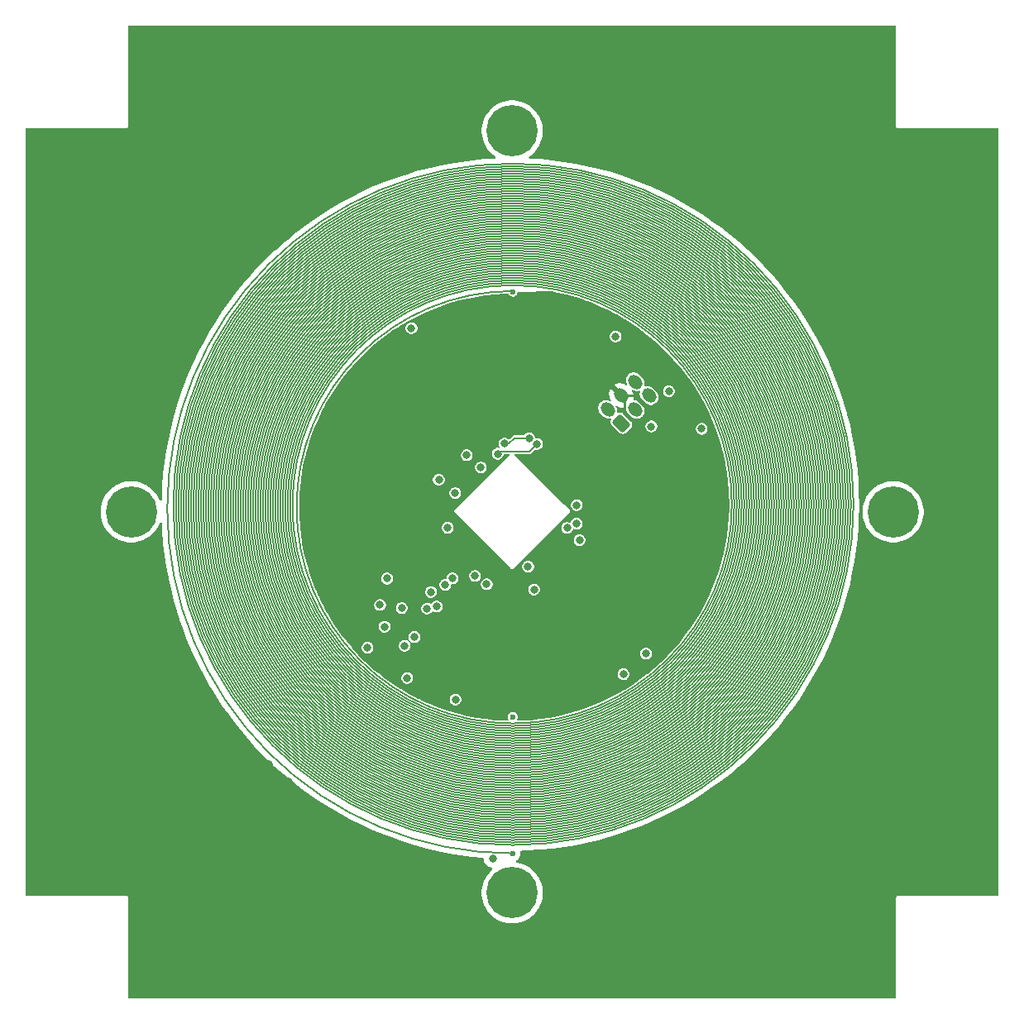
<source format=gbr>
%TF.GenerationSoftware,KiCad,Pcbnew,9.0.0*%
%TF.CreationDate,2025-09-21T20:44:38-07:00*%
%TF.ProjectId,Z_Face_V3,5a5f4661-6365-45f5-9633-2e6b69636164,3.1*%
%TF.SameCoordinates,Original*%
%TF.FileFunction,Copper,L3,Inr*%
%TF.FilePolarity,Positive*%
%FSLAX46Y46*%
G04 Gerber Fmt 4.6, Leading zero omitted, Abs format (unit mm)*
G04 Created by KiCad (PCBNEW 9.0.0) date 2025-09-21 20:44:38*
%MOMM*%
%LPD*%
G01*
G04 APERTURE LIST*
G04 Aperture macros list*
%AMRoundRect*
0 Rectangle with rounded corners*
0 $1 Rounding radius*
0 $2 $3 $4 $5 $6 $7 $8 $9 X,Y pos of 4 corners*
0 Add a 4 corners polygon primitive as box body*
4,1,4,$2,$3,$4,$5,$6,$7,$8,$9,$2,$3,0*
0 Add four circle primitives for the rounded corners*
1,1,$1+$1,$2,$3*
1,1,$1+$1,$4,$5*
1,1,$1+$1,$6,$7*
1,1,$1+$1,$8,$9*
0 Add four rect primitives between the rounded corners*
20,1,$1+$1,$2,$3,$4,$5,0*
20,1,$1+$1,$4,$5,$6,$7,0*
20,1,$1+$1,$6,$7,$8,$9,0*
20,1,$1+$1,$8,$9,$2,$3,0*%
%AMHorizOval*
0 Thick line with rounded ends*
0 $1 width*
0 $2 $3 position (X,Y) of the first rounded end (center of the circle)*
0 $4 $5 position (X,Y) of the second rounded end (center of the circle)*
0 Add line between two ends*
20,1,$1,$2,$3,$4,$5,0*
0 Add two circle primitives to create the rounded ends*
1,1,$1,$2,$3*
1,1,$1,$4,$5*%
G04 Aperture macros list end*
%TA.AperFunction,EtchedComponent*%
%ADD10C,0.127000*%
%TD*%
%TA.AperFunction,ComponentPad*%
%ADD11C,5.250000*%
%TD*%
%TA.AperFunction,ComponentPad*%
%ADD12RoundRect,0.250000X0.159099X-0.654074X0.654074X-0.159099X-0.159099X0.654074X-0.654074X0.159099X0*%
%TD*%
%TA.AperFunction,ComponentPad*%
%ADD13HorizOval,1.200000X-0.159099X0.159099X0.159099X-0.159099X0*%
%TD*%
%TA.AperFunction,ComponentPad*%
%ADD14C,0.600000*%
%TD*%
%TA.AperFunction,ViaPad*%
%ADD15C,0.800000*%
%TD*%
%TA.AperFunction,Conductor*%
%ADD16C,0.152400*%
%TD*%
%TA.AperFunction,Conductor*%
%ADD17C,0.250000*%
%TD*%
G04 APERTURE END LIST*
D10*
%TO.C,REF\u002A\u002A*%
X149564000Y-49352780D02*
G75*
G02*
X149564000Y-119098780I7578J-34873000D01*
G01*
X149564000Y-49606780D02*
G75*
G02*
X149564000Y-118844780I0J-34619000D01*
G01*
X149564000Y-49860780D02*
G75*
G02*
X149564000Y-118590780I0J-34365000D01*
G01*
X149564000Y-50114780D02*
G75*
G02*
X149564000Y-118336780I0J-34111000D01*
G01*
X149564000Y-50368780D02*
G75*
G02*
X149564000Y-118082780I0J-33857000D01*
G01*
X149564000Y-50622780D02*
G75*
G02*
X149564000Y-117828780I0J-33603000D01*
G01*
X149564000Y-50876780D02*
G75*
G02*
X149564000Y-117574780I0J-33349000D01*
G01*
X149564000Y-51130780D02*
G75*
G02*
X149564000Y-117320780I0J-33095000D01*
G01*
X149564000Y-51384780D02*
G75*
G02*
X149564000Y-117066780I0J-32841000D01*
G01*
X149564000Y-51638780D02*
G75*
G02*
X149564000Y-116812780I0J-32587000D01*
G01*
X149564000Y-51892780D02*
G75*
G02*
X149564000Y-116558780I0J-32333000D01*
G01*
X149564000Y-52146780D02*
G75*
G02*
X149564000Y-116304780I0J-32079000D01*
G01*
X149564000Y-52400780D02*
G75*
G02*
X149564000Y-116050780I0J-31825000D01*
G01*
X149564000Y-52654780D02*
G75*
G02*
X149564000Y-115796780I0J-31571000D01*
G01*
X149564000Y-52908780D02*
G75*
G02*
X149564000Y-115542780I0J-31317000D01*
G01*
X149564000Y-53162780D02*
G75*
G02*
X149564000Y-115288780I0J-31063000D01*
G01*
X149564000Y-53416780D02*
G75*
G02*
X149564000Y-115034780I0J-30809000D01*
G01*
X149564000Y-53670780D02*
G75*
G02*
X149564000Y-114780780I0J-30555000D01*
G01*
X149564000Y-53924780D02*
G75*
G02*
X149564000Y-114526780I0J-30301000D01*
G01*
X149564000Y-54178780D02*
G75*
G02*
X149564000Y-114272780I0J-30047000D01*
G01*
X149564000Y-54432780D02*
G75*
G02*
X149564000Y-114018780I0J-29793000D01*
G01*
X149564000Y-54686780D02*
G75*
G02*
X149564000Y-113764780I0J-29539000D01*
G01*
X149564000Y-54940780D02*
G75*
G02*
X149564000Y-113510780I0J-29285000D01*
G01*
X149564000Y-55194780D02*
G75*
G02*
X149564000Y-113256780I0J-29031000D01*
G01*
X149564000Y-55448780D02*
G75*
G02*
X149564000Y-113002780I0J-28777000D01*
G01*
X149564000Y-55702780D02*
G75*
G02*
X149564000Y-112748780I0J-28523000D01*
G01*
X149564000Y-55956780D02*
G75*
G02*
X149564000Y-112494780I0J-28269000D01*
G01*
X149564000Y-56210780D02*
G75*
G02*
X149564000Y-112240780I0J-28015000D01*
G01*
X149564000Y-56464780D02*
G75*
G02*
X149564000Y-111986780I0J-27761000D01*
G01*
X149564000Y-56718780D02*
G75*
G02*
X149564000Y-111732780I0J-27507000D01*
G01*
X149564000Y-56972780D02*
G75*
G02*
X149564000Y-111478780I0J-27253000D01*
G01*
X149564000Y-57226780D02*
G75*
G02*
X149564000Y-111224780I0J-26999000D01*
G01*
X149564000Y-57480780D02*
G75*
G02*
X149564000Y-110970780I0J-26745000D01*
G01*
X149564000Y-57734780D02*
G75*
G02*
X149564000Y-110716780I0J-26491000D01*
G01*
X149564000Y-57988780D02*
G75*
G02*
X149564000Y-110462780I0J-26237000D01*
G01*
X149564000Y-58242780D02*
G75*
G02*
X149564000Y-110208780I0J-25983000D01*
G01*
X149564000Y-58496780D02*
G75*
G02*
X149564000Y-109954780I0J-25729000D01*
G01*
X149564000Y-58750780D02*
G75*
G02*
X149564000Y-109700780I0J-25475000D01*
G01*
X149564000Y-59004780D02*
G75*
G02*
X149564000Y-109446780I0J-25221000D01*
G01*
X149564000Y-59258780D02*
G75*
G02*
X149564000Y-109192780I0J-24967000D01*
G01*
X149564000Y-59512780D02*
G75*
G02*
X149564000Y-108938780I0J-24713000D01*
G01*
X149564000Y-59766780D02*
G75*
G02*
X149564000Y-108684780I0J-24459000D01*
G01*
X149564000Y-60020780D02*
G75*
G02*
X149564000Y-108430780I0J-24205000D01*
G01*
X149564000Y-60274780D02*
G75*
G02*
X149564000Y-108176780I0J-23951000D01*
G01*
X149564000Y-60528780D02*
G75*
G02*
X149564000Y-107922780I0J-23697000D01*
G01*
X149564000Y-60782780D02*
G75*
G02*
X149564000Y-107668780I0J-23443000D01*
G01*
X149564000Y-61036780D02*
G75*
G02*
X149564000Y-107414780I0J-23189000D01*
G01*
X149564000Y-61290780D02*
G75*
G02*
X149564000Y-107160780I0J-22935000D01*
G01*
X149564000Y-61544780D02*
G75*
G02*
X149564000Y-106906780I0J-22681000D01*
G01*
X149564000Y-61798780D02*
G75*
G02*
X149564000Y-106652780I0J-22427000D01*
G01*
X149564000Y-106652780D02*
G75*
G02*
X149564000Y-62398780I-2034J22127000D01*
G01*
X149564000Y-106906780D02*
G75*
G02*
X149564000Y-61798780I0J22554000D01*
G01*
X149564000Y-107160780D02*
G75*
G02*
X149564000Y-61544780I0J22808000D01*
G01*
X149564000Y-107414780D02*
G75*
G02*
X149564000Y-61290780I0J23062000D01*
G01*
X149564000Y-107668780D02*
G75*
G02*
X149564000Y-61036780I0J23316000D01*
G01*
X149564000Y-107922780D02*
G75*
G02*
X149564000Y-60782780I0J23570000D01*
G01*
X149564000Y-108176780D02*
G75*
G02*
X149564000Y-60528780I0J23824000D01*
G01*
X149564000Y-108430780D02*
G75*
G02*
X149564000Y-60274780I0J24078000D01*
G01*
X149564000Y-108684780D02*
G75*
G02*
X149564000Y-60020780I0J24332000D01*
G01*
X149564000Y-108938780D02*
G75*
G02*
X149564000Y-59766780I0J24586000D01*
G01*
X149564000Y-109192780D02*
G75*
G02*
X149564000Y-59512780I0J24840000D01*
G01*
X149564000Y-109446780D02*
G75*
G02*
X149564000Y-59258780I0J25094000D01*
G01*
X149564000Y-109700780D02*
G75*
G02*
X149564000Y-59004780I0J25348000D01*
G01*
X149564000Y-109954780D02*
G75*
G02*
X149564000Y-58750780I0J25602000D01*
G01*
X149564000Y-110208780D02*
G75*
G02*
X149564000Y-58496780I0J25856000D01*
G01*
X149564000Y-110462780D02*
G75*
G02*
X149564000Y-58242780I0J26110000D01*
G01*
X149564000Y-110716780D02*
G75*
G02*
X149564000Y-57988780I0J26364000D01*
G01*
X149564000Y-110970780D02*
G75*
G02*
X149564000Y-57734780I0J26618000D01*
G01*
X149564000Y-111224780D02*
G75*
G02*
X149564000Y-57480780I0J26872000D01*
G01*
X149564000Y-111478780D02*
G75*
G02*
X149564000Y-57226780I0J27126000D01*
G01*
X149564000Y-111732780D02*
G75*
G02*
X149564000Y-56972780I0J27380000D01*
G01*
X149564000Y-111986780D02*
G75*
G02*
X149564000Y-56718780I0J27634000D01*
G01*
X149564000Y-112240780D02*
G75*
G02*
X149564000Y-56464780I0J27888000D01*
G01*
X149564000Y-112494780D02*
G75*
G02*
X149564000Y-56210780I0J28142000D01*
G01*
X149564000Y-112748780D02*
G75*
G02*
X149564000Y-55956780I0J28396000D01*
G01*
X149564000Y-113002780D02*
G75*
G02*
X149564000Y-55702780I0J28650000D01*
G01*
X149564000Y-113256780D02*
G75*
G02*
X149564000Y-55448780I0J28904000D01*
G01*
X149564000Y-113510780D02*
G75*
G02*
X149564000Y-55194780I0J29158000D01*
G01*
X149564000Y-113764780D02*
G75*
G02*
X149564000Y-54940780I0J29412000D01*
G01*
X149564000Y-114018780D02*
G75*
G02*
X149564000Y-54686780I0J29666000D01*
G01*
X149564000Y-114272780D02*
G75*
G02*
X149564000Y-54432780I0J29920000D01*
G01*
X149564000Y-114526780D02*
G75*
G02*
X149564000Y-54178780I0J30174000D01*
G01*
X149564000Y-114780780D02*
G75*
G02*
X149564000Y-53924780I0J30428000D01*
G01*
X149564000Y-115034780D02*
G75*
G02*
X149564000Y-53670780I0J30682000D01*
G01*
X149564000Y-115288780D02*
G75*
G02*
X149564000Y-53416780I0J30936000D01*
G01*
X149564000Y-115542780D02*
G75*
G02*
X149564000Y-53162780I0J31190000D01*
G01*
X149564000Y-115796780D02*
G75*
G02*
X149564000Y-52908780I0J31444000D01*
G01*
X149564000Y-116050780D02*
G75*
G02*
X149564000Y-52654780I0J31698000D01*
G01*
X149564000Y-116304780D02*
G75*
G02*
X149564000Y-52400780I0J31952000D01*
G01*
X149564000Y-116558780D02*
G75*
G02*
X149564000Y-52146780I0J32206000D01*
G01*
X149564000Y-116812780D02*
G75*
G02*
X149564000Y-51892780I0J32460000D01*
G01*
X149564000Y-117066780D02*
G75*
G02*
X149564000Y-51638780I0J32714000D01*
G01*
X149564000Y-117320780D02*
G75*
G02*
X149564000Y-51384780I0J32968000D01*
G01*
X149564000Y-117574780D02*
G75*
G02*
X149564000Y-51130780I0J33222000D01*
G01*
X149564000Y-117828780D02*
G75*
G02*
X149564000Y-50876780I0J33476000D01*
G01*
X149564000Y-118082780D02*
G75*
G02*
X149564000Y-50622780I0J33730000D01*
G01*
X149564000Y-118336780D02*
G75*
G02*
X149564000Y-50368780I0J33984000D01*
G01*
X149564000Y-118590780D02*
G75*
G02*
X149564000Y-50114780I0J34238000D01*
G01*
X149564000Y-118844780D02*
G75*
G02*
X149564000Y-49860780I0J34492000D01*
G01*
X149564000Y-119098780D02*
G75*
G02*
X149564000Y-49606780I0J34746000D01*
G01*
X149564000Y-119952780D02*
G75*
G02*
X149564000Y-49352780I-65215J35300000D01*
G01*
%TD*%
D11*
%TO.N,unconnected-(J4-Pin_1-Pad1)*%
%TO.C,J4*%
X110500000Y-85000000D03*
%TD*%
%TO.N,unconnected-(J5-Pin_1-Pad1)*%
%TO.C,J5*%
X149500000Y-124000000D03*
%TD*%
%TO.N,unconnected-(J6-Pin_1-Pad1)*%
%TO.C,J6*%
X149500000Y-46000000D03*
%TD*%
%TO.N,unconnected-(J7-Pin_1-Pad1)*%
%TO.C,J7*%
X188500000Y-85000000D03*
%TD*%
D12*
%TO.N,GND*%
%TO.C,J2*%
X160692893Y-75921320D03*
D13*
%TO.N,/SDAIN*%
X159278679Y-74507106D03*
%TO.N,VSOLAR*%
X162107107Y-74507106D03*
%TO.N,+3V3*%
X160692893Y-73092893D03*
%TO.N,VSOLAR*%
X163521320Y-73092893D03*
%TO.N,/SCLIN*%
X162107107Y-71678679D03*
%TD*%
D14*
%TO.N,*%
%TO.C,REF\u002A\u002A*%
X149564000Y-62462780D03*
X149564000Y-105988780D03*
X149564000Y-119952780D03*
%TD*%
D15*
%TO.N,/SDAIN*%
X148022739Y-79043745D03*
X152050002Y-78050002D03*
%TO.N,/SCLIN*%
X148724272Y-78026354D03*
X151250000Y-77450000D03*
%TO.N,+3V3*%
X141300000Y-75400000D03*
X139650000Y-73800000D03*
%TO.N,GND*%
X171630000Y-123540000D03*
X156400000Y-87900000D03*
X188500000Y-107500000D03*
X108700000Y-77900000D03*
X191700000Y-114800000D03*
X146300313Y-80450313D03*
X164540000Y-46420000D03*
X139200000Y-66200000D03*
X111400000Y-75200000D03*
X160900000Y-101600000D03*
X194000000Y-72600000D03*
X135200000Y-122700000D03*
X142000000Y-81700000D03*
X184500000Y-73700000D03*
X189800000Y-68600000D03*
X168900000Y-76500000D03*
X136450000Y-96750000D03*
X126600000Y-112600000D03*
X136704592Y-91823800D03*
X138208651Y-94845115D03*
X114700000Y-120600000D03*
X135976200Y-94528146D03*
X165550000Y-72650000D03*
X151750000Y-92950000D03*
X145700000Y-91550000D03*
X111040000Y-62950000D03*
X144850000Y-79200000D03*
X163750000Y-76250000D03*
X175000000Y-111000000D03*
X138750000Y-102000000D03*
X134700000Y-98900000D03*
X189000000Y-114900000D03*
X116700000Y-122800000D03*
X140802156Y-94889337D03*
X143674813Y-83075813D03*
X126300000Y-46300000D03*
X146900000Y-92400000D03*
X137700000Y-121700000D03*
X119890000Y-126760000D03*
X166300000Y-52200000D03*
X184500000Y-70900000D03*
X124600000Y-110800000D03*
X160100000Y-67050000D03*
X155135531Y-86635531D03*
X163200000Y-99500000D03*
X131400000Y-53100000D03*
X151135531Y-90600000D03*
X172300000Y-113300000D03*
%TO.N,+3V3*%
X139500000Y-91100000D03*
X160300000Y-68700000D03*
X144100000Y-89800000D03*
X140330122Y-99130122D03*
X139854705Y-95552837D03*
X132200000Y-96400000D03*
X135500000Y-99800000D03*
X143400000Y-95000000D03*
X135200000Y-95400000D03*
%TO.N,VSOLAR*%
X156100000Y-86200000D03*
X156107797Y-84313922D03*
%TO.N,Net-(U2-OUT+)*%
X141780000Y-94680000D03*
X147500000Y-120500000D03*
X143700000Y-104200000D03*
X139500000Y-97800000D03*
%TO.N,/SDAIN*%
X142900000Y-86630426D03*
%TO.N,/SCLIN*%
X143400000Y-91800000D03*
%TO.N,/SCL*%
X138500000Y-98700000D03*
X141200000Y-93200000D03*
X142658472Y-92470925D03*
%TD*%
D16*
%TO.N,/SCLIN*%
X149123646Y-78026354D02*
X148724272Y-78026354D01*
%TO.N,/SDAIN*%
X148022739Y-79043745D02*
X148266484Y-78800000D01*
X148266484Y-78800000D02*
X151300004Y-78800000D01*
X151300004Y-78800000D02*
X152050002Y-78050002D01*
%TO.N,/SCLIN*%
X149700000Y-77450000D02*
X151250000Y-77450000D01*
X149123646Y-78026354D02*
X149700000Y-77450000D01*
D17*
%TO.N,+3V3*%
X160692893Y-73092893D02*
X162092893Y-73092893D01*
X162092893Y-73092893D02*
X162700000Y-73700000D01*
X161000000Y-74750000D02*
X161000000Y-73400000D01*
X161000000Y-73400000D02*
X160692893Y-73092893D01*
%TD*%
%TA.AperFunction,Conductor*%
%TO.N,+3V3*%
G36*
X153633459Y-62444372D02*
G01*
X154154803Y-62543824D01*
X154170652Y-62546848D01*
X154173215Y-62547392D01*
X155074447Y-62758773D01*
X155076961Y-62759419D01*
X155968565Y-63008360D01*
X155971059Y-63009113D01*
X156851448Y-63295169D01*
X156853882Y-63296017D01*
X157493640Y-63533941D01*
X157721523Y-63618690D01*
X157723957Y-63619654D01*
X158577286Y-63978360D01*
X158579678Y-63979424D01*
X159417298Y-64373578D01*
X159419573Y-64374707D01*
X160019107Y-64688136D01*
X160239944Y-64803587D01*
X160242238Y-64804848D01*
X161043916Y-65267697D01*
X161046155Y-65269054D01*
X161827693Y-65765034D01*
X161829874Y-65766482D01*
X162590024Y-66294799D01*
X162592141Y-66296338D01*
X162770583Y-66431783D01*
X163329471Y-66856003D01*
X163331479Y-66857593D01*
X163659620Y-67129055D01*
X164044740Y-67447655D01*
X164046722Y-67449365D01*
X164734648Y-68068775D01*
X164736556Y-68070567D01*
X165397925Y-68718227D01*
X165399749Y-68720090D01*
X165844784Y-69194004D01*
X166033426Y-69394887D01*
X166035177Y-69396832D01*
X166640024Y-70097555D01*
X166641693Y-70099572D01*
X167216675Y-70825018D01*
X167218258Y-70827103D01*
X167762363Y-71576000D01*
X167763857Y-71578150D01*
X168276121Y-72349169D01*
X168277523Y-72351379D01*
X168374518Y-72511536D01*
X168749386Y-73130518D01*
X168757041Y-73143157D01*
X168758350Y-73145424D01*
X169204297Y-73956600D01*
X169205510Y-73958920D01*
X169617097Y-74788056D01*
X169618212Y-74790425D01*
X169994723Y-75636082D01*
X169995737Y-75638495D01*
X170336495Y-76499152D01*
X170337408Y-76501606D01*
X170641843Y-77375822D01*
X170642651Y-77378312D01*
X170910192Y-78264454D01*
X170910896Y-78266975D01*
X171141102Y-79163568D01*
X171141700Y-79166116D01*
X171165708Y-79279063D01*
X171295722Y-79890734D01*
X171334157Y-80071553D01*
X171334648Y-80074125D01*
X171489026Y-80986861D01*
X171489408Y-80989451D01*
X171605423Y-81907807D01*
X171605697Y-81910410D01*
X171683157Y-82832858D01*
X171683321Y-82835471D01*
X171710141Y-83475369D01*
X171721833Y-83754344D01*
X171722084Y-83760320D01*
X171722139Y-83762937D01*
X171722139Y-84688622D01*
X171722084Y-84691239D01*
X171683321Y-85616088D01*
X171683157Y-85618701D01*
X171605697Y-86541149D01*
X171605423Y-86543752D01*
X171489408Y-87462108D01*
X171489026Y-87464698D01*
X171334648Y-88377434D01*
X171334157Y-88380006D01*
X171141700Y-89285443D01*
X171141102Y-89287991D01*
X170910896Y-90184584D01*
X170910192Y-90187105D01*
X170642651Y-91073247D01*
X170641843Y-91075737D01*
X170337408Y-91949953D01*
X170336495Y-91952407D01*
X169995737Y-92813064D01*
X169994723Y-92815477D01*
X169618212Y-93661134D01*
X169617097Y-93663503D01*
X169205510Y-94492639D01*
X169204297Y-94494959D01*
X168758350Y-95306135D01*
X168757041Y-95308402D01*
X168277523Y-96100180D01*
X168276121Y-96102390D01*
X167763857Y-96873409D01*
X167762363Y-96875559D01*
X167218258Y-97624456D01*
X167216675Y-97626541D01*
X166641693Y-98351987D01*
X166640024Y-98354004D01*
X166035177Y-99054727D01*
X166033426Y-99056672D01*
X165399757Y-99731461D01*
X165397925Y-99733332D01*
X164736556Y-100380992D01*
X164734648Y-100382784D01*
X164046722Y-101002194D01*
X164044740Y-101003904D01*
X163331501Y-101593948D01*
X163329449Y-101595574D01*
X162592141Y-102155221D01*
X162590024Y-102156760D01*
X161829874Y-102685077D01*
X161827693Y-102686525D01*
X161046155Y-103182505D01*
X161043916Y-103183862D01*
X160242238Y-103646711D01*
X160239944Y-103647972D01*
X159419608Y-104076834D01*
X159417263Y-104077998D01*
X158579677Y-104472135D01*
X158577286Y-104473199D01*
X157723957Y-104831905D01*
X157721523Y-104832869D01*
X156853901Y-105155535D01*
X156851429Y-105156396D01*
X155971065Y-105442444D01*
X155968559Y-105443201D01*
X155076972Y-105692137D01*
X155074436Y-105692788D01*
X154173213Y-105904167D01*
X154170652Y-105904711D01*
X153261392Y-106078162D01*
X153258811Y-106078599D01*
X152343053Y-106213827D01*
X152340456Y-106214155D01*
X151419852Y-106310914D01*
X151417243Y-106311133D01*
X150493382Y-106369257D01*
X150490767Y-106369366D01*
X150026130Y-106379099D01*
X149981562Y-106361723D01*
X149962335Y-106317922D01*
X149970694Y-106285364D01*
X150030392Y-106181966D01*
X150064500Y-106054672D01*
X150064500Y-105922888D01*
X150030392Y-105795594D01*
X149964500Y-105681466D01*
X149964498Y-105681464D01*
X149964495Y-105681460D01*
X149871319Y-105588284D01*
X149871315Y-105588281D01*
X149871314Y-105588280D01*
X149793935Y-105543605D01*
X149757185Y-105522387D01*
X149757182Y-105522386D01*
X149629898Y-105488281D01*
X149629893Y-105488280D01*
X149629892Y-105488280D01*
X149498108Y-105488280D01*
X149498107Y-105488280D01*
X149498101Y-105488281D01*
X149370817Y-105522386D01*
X149370814Y-105522387D01*
X149256684Y-105588281D01*
X149256680Y-105588284D01*
X149163504Y-105681460D01*
X149163501Y-105681464D01*
X149097607Y-105795594D01*
X149097606Y-105795597D01*
X149063501Y-105922881D01*
X149063500Y-105922889D01*
X149063500Y-106054670D01*
X149063501Y-106054678D01*
X149097606Y-106181962D01*
X149097607Y-106181965D01*
X149097608Y-106181966D01*
X149157253Y-106285274D01*
X149163496Y-106332699D01*
X149134376Y-106370650D01*
X149101805Y-106379009D01*
X148637363Y-106369191D01*
X148634712Y-106369079D01*
X147747334Y-106312572D01*
X147711067Y-106310262D01*
X147708424Y-106310038D01*
X146804600Y-106213827D01*
X146788122Y-106212072D01*
X146785491Y-106211736D01*
X145870184Y-106074799D01*
X145867569Y-106074351D01*
X144958884Y-105898687D01*
X144956290Y-105898128D01*
X144055894Y-105684056D01*
X144053327Y-105683388D01*
X143162812Y-105431288D01*
X143160275Y-105430511D01*
X142328457Y-105156396D01*
X142281268Y-105140845D01*
X142278771Y-105139963D01*
X141412860Y-104813253D01*
X141410398Y-104812264D01*
X141286903Y-104759578D01*
X140559114Y-104449085D01*
X140556715Y-104448001D01*
X140245523Y-104299326D01*
X139981617Y-104173241D01*
X139872155Y-104120944D01*
X143099500Y-104120944D01*
X143099500Y-104279055D01*
X143099501Y-104279063D01*
X143140421Y-104431780D01*
X143140422Y-104431783D01*
X143163719Y-104472135D01*
X143219480Y-104568716D01*
X143331284Y-104680520D01*
X143468216Y-104759577D01*
X143468219Y-104759578D01*
X143561681Y-104784621D01*
X143620943Y-104800500D01*
X143620944Y-104800500D01*
X143779056Y-104800500D01*
X143779057Y-104800500D01*
X143931784Y-104759577D01*
X144068716Y-104680520D01*
X144180520Y-104568716D01*
X144259577Y-104431784D01*
X144300500Y-104279057D01*
X144300500Y-104120943D01*
X144259577Y-103968216D01*
X144180520Y-103831284D01*
X144068716Y-103719480D01*
X143972464Y-103663909D01*
X143931783Y-103640422D01*
X143931780Y-103640421D01*
X143779063Y-103599501D01*
X143779058Y-103599500D01*
X143779057Y-103599500D01*
X143620943Y-103599500D01*
X143620942Y-103599500D01*
X143620936Y-103599501D01*
X143468219Y-103640421D01*
X143468216Y-103640422D01*
X143371964Y-103695993D01*
X143331284Y-103719480D01*
X143331283Y-103719481D01*
X143331279Y-103719484D01*
X143219484Y-103831279D01*
X143219481Y-103831283D01*
X143140422Y-103968216D01*
X143140421Y-103968219D01*
X143099501Y-104120936D01*
X143099500Y-104120944D01*
X139872155Y-104120944D01*
X139721635Y-104049031D01*
X139719266Y-104047837D01*
X138901844Y-103613766D01*
X138899527Y-103612472D01*
X138101287Y-103144112D01*
X138099028Y-103142721D01*
X137321390Y-102640905D01*
X137319191Y-102639419D01*
X136563553Y-102105048D01*
X136561420Y-102103471D01*
X136383938Y-101966299D01*
X136325255Y-101920944D01*
X138149500Y-101920944D01*
X138149500Y-102079055D01*
X138149501Y-102079063D01*
X138190421Y-102231780D01*
X138190422Y-102231783D01*
X138190423Y-102231784D01*
X138269480Y-102368716D01*
X138381284Y-102480520D01*
X138518216Y-102559577D01*
X138518219Y-102559578D01*
X138611681Y-102584621D01*
X138670943Y-102600500D01*
X138670944Y-102600500D01*
X138829056Y-102600500D01*
X138829057Y-102600500D01*
X138981784Y-102559577D01*
X139118716Y-102480520D01*
X139230520Y-102368716D01*
X139309577Y-102231784D01*
X139350500Y-102079057D01*
X139350500Y-101920943D01*
X139309577Y-101768216D01*
X139230520Y-101631284D01*
X139120180Y-101520944D01*
X160299500Y-101520944D01*
X160299500Y-101679055D01*
X160299501Y-101679063D01*
X160340421Y-101831780D01*
X160340422Y-101831783D01*
X160340423Y-101831784D01*
X160419480Y-101968716D01*
X160531284Y-102080520D01*
X160660671Y-102155221D01*
X160668216Y-102159577D01*
X160668219Y-102159578D01*
X160761681Y-102184621D01*
X160820943Y-102200500D01*
X160820944Y-102200500D01*
X160979056Y-102200500D01*
X160979057Y-102200500D01*
X161131784Y-102159577D01*
X161268716Y-102080520D01*
X161380520Y-101968716D01*
X161459577Y-101831784D01*
X161500500Y-101679057D01*
X161500500Y-101520943D01*
X161459577Y-101368216D01*
X161380520Y-101231284D01*
X161268716Y-101119480D01*
X161172464Y-101063909D01*
X161131783Y-101040422D01*
X161131780Y-101040421D01*
X160979063Y-100999501D01*
X160979058Y-100999500D01*
X160979057Y-100999500D01*
X160820943Y-100999500D01*
X160820942Y-100999500D01*
X160820936Y-100999501D01*
X160668219Y-101040421D01*
X160668216Y-101040422D01*
X160571964Y-101095993D01*
X160531284Y-101119480D01*
X160531283Y-101119481D01*
X160531279Y-101119484D01*
X160419484Y-101231279D01*
X160419481Y-101231283D01*
X160340422Y-101368216D01*
X160340421Y-101368219D01*
X160299501Y-101520936D01*
X160299500Y-101520944D01*
X139120180Y-101520944D01*
X139118716Y-101519480D01*
X139022464Y-101463909D01*
X138981783Y-101440422D01*
X138981780Y-101440421D01*
X138829063Y-101399501D01*
X138829058Y-101399500D01*
X138829057Y-101399500D01*
X138670943Y-101399500D01*
X138670942Y-101399500D01*
X138670936Y-101399501D01*
X138518219Y-101440421D01*
X138518216Y-101440422D01*
X138421964Y-101495993D01*
X138381284Y-101519480D01*
X138381283Y-101519481D01*
X138381279Y-101519484D01*
X138269484Y-101631279D01*
X138269481Y-101631283D01*
X138190422Y-101768216D01*
X138190421Y-101768219D01*
X138149501Y-101920936D01*
X138149500Y-101920944D01*
X136325255Y-101920944D01*
X135829134Y-101537504D01*
X135827069Y-101535837D01*
X135465807Y-101231279D01*
X135119446Y-100939283D01*
X135117463Y-100937537D01*
X134435833Y-100311518D01*
X134433917Y-100309682D01*
X133779462Y-99655287D01*
X133777626Y-99653372D01*
X133151505Y-98971755D01*
X133149788Y-98969805D01*
X133024269Y-98820944D01*
X134099500Y-98820944D01*
X134099500Y-98979055D01*
X134099501Y-98979063D01*
X134140421Y-99131780D01*
X134140422Y-99131783D01*
X134140423Y-99131784D01*
X134219480Y-99268716D01*
X134331284Y-99380520D01*
X134468216Y-99459577D01*
X134468219Y-99459578D01*
X134561681Y-99484621D01*
X134620943Y-99500500D01*
X134620944Y-99500500D01*
X134779056Y-99500500D01*
X134779057Y-99500500D01*
X134931784Y-99459577D01*
X134998699Y-99420944D01*
X162599500Y-99420944D01*
X162599500Y-99579055D01*
X162599501Y-99579063D01*
X162640421Y-99731780D01*
X162640422Y-99731783D01*
X162663909Y-99772464D01*
X162719480Y-99868716D01*
X162831284Y-99980520D01*
X162968216Y-100059577D01*
X162968219Y-100059578D01*
X163061681Y-100084621D01*
X163120943Y-100100500D01*
X163120944Y-100100500D01*
X163279056Y-100100500D01*
X163279057Y-100100500D01*
X163431784Y-100059577D01*
X163568716Y-99980520D01*
X163680520Y-99868716D01*
X163759577Y-99731784D01*
X163800500Y-99579057D01*
X163800500Y-99420943D01*
X163784621Y-99361681D01*
X163759578Y-99268219D01*
X163759577Y-99268216D01*
X163754589Y-99259577D01*
X163680520Y-99131284D01*
X163568716Y-99019480D01*
X163472464Y-98963909D01*
X163431783Y-98940422D01*
X163431780Y-98940421D01*
X163279063Y-98899501D01*
X163279058Y-98899500D01*
X163279057Y-98899500D01*
X163120943Y-98899500D01*
X163120942Y-98899500D01*
X163120936Y-98899501D01*
X162968219Y-98940421D01*
X162968216Y-98940422D01*
X162871964Y-98995993D01*
X162831284Y-99019480D01*
X162831283Y-99019481D01*
X162831279Y-99019484D01*
X162719484Y-99131279D01*
X162719481Y-99131283D01*
X162719480Y-99131284D01*
X162695993Y-99171964D01*
X162640422Y-99268216D01*
X162640421Y-99268219D01*
X162599501Y-99420936D01*
X162599500Y-99420944D01*
X134998699Y-99420944D01*
X135068716Y-99380520D01*
X135180520Y-99268716D01*
X135259577Y-99131784D01*
X135300500Y-98979057D01*
X135300500Y-98820943D01*
X135259577Y-98668216D01*
X135232285Y-98620944D01*
X137899500Y-98620944D01*
X137899500Y-98779055D01*
X137899501Y-98779063D01*
X137940421Y-98931780D01*
X137940422Y-98931783D01*
X137962362Y-98969784D01*
X138019480Y-99068716D01*
X138131284Y-99180520D01*
X138268216Y-99259577D01*
X138268219Y-99259578D01*
X138300457Y-99268216D01*
X138420943Y-99300500D01*
X138420944Y-99300500D01*
X138579056Y-99300500D01*
X138579057Y-99300500D01*
X138731784Y-99259577D01*
X138868716Y-99180520D01*
X138980520Y-99068716D01*
X139059577Y-98931784D01*
X139100500Y-98779057D01*
X139100500Y-98620943D01*
X139059577Y-98468216D01*
X138980520Y-98331284D01*
X138868716Y-98219480D01*
X138772464Y-98163909D01*
X138731783Y-98140422D01*
X138731780Y-98140421D01*
X138579063Y-98099501D01*
X138579058Y-98099500D01*
X138579057Y-98099500D01*
X138420943Y-98099500D01*
X138420942Y-98099500D01*
X138420936Y-98099501D01*
X138268219Y-98140421D01*
X138268216Y-98140422D01*
X138171964Y-98195993D01*
X138131284Y-98219480D01*
X138131283Y-98219481D01*
X138131279Y-98219484D01*
X138019484Y-98331279D01*
X138019481Y-98331283D01*
X138019480Y-98331284D01*
X138014204Y-98340423D01*
X137940422Y-98468216D01*
X137940421Y-98468219D01*
X137899501Y-98620936D01*
X137899500Y-98620944D01*
X135232285Y-98620944D01*
X135180520Y-98531284D01*
X135068716Y-98419480D01*
X134964960Y-98359577D01*
X134931783Y-98340422D01*
X134931780Y-98340421D01*
X134779063Y-98299501D01*
X134779058Y-98299500D01*
X134779057Y-98299500D01*
X134620943Y-98299500D01*
X134620942Y-98299500D01*
X134620936Y-98299501D01*
X134468219Y-98340421D01*
X134468216Y-98340422D01*
X134371964Y-98395993D01*
X134331284Y-98419480D01*
X134331283Y-98419481D01*
X134331279Y-98419484D01*
X134219484Y-98531279D01*
X134219481Y-98531283D01*
X134140422Y-98668216D01*
X134140421Y-98668219D01*
X134099501Y-98820936D01*
X134099500Y-98820944D01*
X133024269Y-98820944D01*
X132553168Y-98262236D01*
X132551510Y-98260183D01*
X132520046Y-98219481D01*
X132134665Y-97720944D01*
X138899500Y-97720944D01*
X138899500Y-97879055D01*
X138899501Y-97879063D01*
X138940421Y-98031780D01*
X138940422Y-98031783D01*
X138940423Y-98031784D01*
X139019480Y-98168716D01*
X139131284Y-98280520D01*
X139255070Y-98351987D01*
X139268216Y-98359577D01*
X139268219Y-98359578D01*
X139361681Y-98384621D01*
X139420943Y-98400500D01*
X139420944Y-98400500D01*
X139579056Y-98400500D01*
X139579057Y-98400500D01*
X139731784Y-98359577D01*
X139868716Y-98280520D01*
X139980520Y-98168716D01*
X140059577Y-98031784D01*
X140100500Y-97879057D01*
X140100500Y-97720943D01*
X140074929Y-97625510D01*
X140059578Y-97568219D01*
X140059577Y-97568216D01*
X140036325Y-97527942D01*
X139980520Y-97431284D01*
X139868716Y-97319480D01*
X139764217Y-97259148D01*
X139731783Y-97240422D01*
X139731780Y-97240421D01*
X139579063Y-97199501D01*
X139579058Y-97199500D01*
X139579057Y-97199500D01*
X139420943Y-97199500D01*
X139420942Y-97199500D01*
X139420936Y-97199501D01*
X139268219Y-97240421D01*
X139268216Y-97240422D01*
X139171964Y-97295993D01*
X139131284Y-97319480D01*
X139131283Y-97319481D01*
X139131279Y-97319484D01*
X139019484Y-97431279D01*
X139019481Y-97431283D01*
X138940422Y-97568216D01*
X138940421Y-97568219D01*
X138899501Y-97720936D01*
X138899500Y-97720944D01*
X132134665Y-97720944D01*
X131985464Y-97527934D01*
X131983892Y-97525808D01*
X131449445Y-96770208D01*
X131447984Y-96768046D01*
X131385311Y-96670944D01*
X135849500Y-96670944D01*
X135849500Y-96829055D01*
X135849501Y-96829063D01*
X135890421Y-96981780D01*
X135890422Y-96981783D01*
X135890423Y-96981784D01*
X135969480Y-97118716D01*
X136081284Y-97230520D01*
X136218216Y-97309577D01*
X136218219Y-97309578D01*
X136311681Y-97334621D01*
X136370943Y-97350500D01*
X136370944Y-97350500D01*
X136529056Y-97350500D01*
X136529057Y-97350500D01*
X136681784Y-97309577D01*
X136818716Y-97230520D01*
X136930520Y-97118716D01*
X137009577Y-96981784D01*
X137050500Y-96829057D01*
X137050500Y-96670943D01*
X137009577Y-96518216D01*
X136930520Y-96381284D01*
X136818716Y-96269480D01*
X136722464Y-96213909D01*
X136681783Y-96190422D01*
X136681780Y-96190421D01*
X136529063Y-96149501D01*
X136529058Y-96149500D01*
X136529057Y-96149500D01*
X136370943Y-96149500D01*
X136370942Y-96149500D01*
X136370936Y-96149501D01*
X136218219Y-96190421D01*
X136218216Y-96190422D01*
X136121964Y-96245993D01*
X136081284Y-96269480D01*
X136081283Y-96269481D01*
X136081279Y-96269484D01*
X135969484Y-96381279D01*
X135969481Y-96381283D01*
X135890422Y-96518216D01*
X135890421Y-96518219D01*
X135849501Y-96670936D01*
X135849500Y-96670944D01*
X131385311Y-96670944D01*
X130946076Y-95990423D01*
X130944686Y-95988165D01*
X130652235Y-95489837D01*
X130476241Y-95189948D01*
X130474969Y-95187672D01*
X130082677Y-94449090D01*
X135375700Y-94449090D01*
X135375700Y-94607201D01*
X135375701Y-94607209D01*
X135416621Y-94759926D01*
X135416622Y-94759929D01*
X135440109Y-94800610D01*
X135495680Y-94896862D01*
X135607484Y-95008666D01*
X135725668Y-95076899D01*
X135744416Y-95087723D01*
X135744419Y-95087724D01*
X135837881Y-95112767D01*
X135897143Y-95128646D01*
X135897144Y-95128646D01*
X136055256Y-95128646D01*
X136055257Y-95128646D01*
X136207984Y-95087723D01*
X136344916Y-95008666D01*
X136456720Y-94896862D01*
X136532238Y-94766059D01*
X137608151Y-94766059D01*
X137608151Y-94924170D01*
X137608152Y-94924178D01*
X137649072Y-95076895D01*
X137649073Y-95076898D01*
X137659680Y-95095270D01*
X137728131Y-95213831D01*
X137839935Y-95325635D01*
X137976867Y-95404692D01*
X137976870Y-95404693D01*
X138070332Y-95429736D01*
X138129594Y-95445615D01*
X138129595Y-95445615D01*
X138287707Y-95445615D01*
X138287708Y-95445615D01*
X138440435Y-95404692D01*
X138577367Y-95325635D01*
X138689171Y-95213831D01*
X138768228Y-95076899D01*
X138809151Y-94924172D01*
X138809151Y-94810281D01*
X140201656Y-94810281D01*
X140201656Y-94968392D01*
X140201657Y-94968400D01*
X140242577Y-95121117D01*
X140242578Y-95121120D01*
X140261688Y-95154219D01*
X140321636Y-95258053D01*
X140433440Y-95369857D01*
X140564658Y-95445615D01*
X140570372Y-95448914D01*
X140570375Y-95448915D01*
X140663837Y-95473958D01*
X140723099Y-95489837D01*
X140723100Y-95489837D01*
X140881212Y-95489837D01*
X140881213Y-95489837D01*
X141033940Y-95448914D01*
X141170872Y-95369857D01*
X141282676Y-95258053D01*
X141325812Y-95183338D01*
X141363760Y-95154219D01*
X141411186Y-95160462D01*
X141411187Y-95160463D01*
X141411281Y-95160517D01*
X141411284Y-95160520D01*
X141476777Y-95198332D01*
X141548210Y-95239574D01*
X141548213Y-95239575D01*
X141548216Y-95239577D01*
X141548217Y-95239577D01*
X141548219Y-95239578D01*
X141617162Y-95258051D01*
X141700943Y-95280500D01*
X141700944Y-95280500D01*
X141859056Y-95280500D01*
X141859057Y-95280500D01*
X142011784Y-95239577D01*
X142148716Y-95160520D01*
X142260520Y-95048716D01*
X142339577Y-94911784D01*
X142380500Y-94759057D01*
X142380500Y-94600943D01*
X142358978Y-94520620D01*
X142339578Y-94448219D01*
X142339577Y-94448216D01*
X142316832Y-94408821D01*
X142260520Y-94311284D01*
X142148716Y-94199480D01*
X142052464Y-94143909D01*
X142011783Y-94120422D01*
X142011780Y-94120421D01*
X141859063Y-94079501D01*
X141859058Y-94079500D01*
X141859057Y-94079500D01*
X141700943Y-94079500D01*
X141700942Y-94079500D01*
X141700936Y-94079501D01*
X141548219Y-94120421D01*
X141548216Y-94120422D01*
X141480653Y-94159430D01*
X141411284Y-94199480D01*
X141411283Y-94199481D01*
X141411279Y-94199484D01*
X141299484Y-94311279D01*
X141299477Y-94311288D01*
X141256344Y-94385997D01*
X141218394Y-94415117D01*
X141170968Y-94408874D01*
X141170875Y-94408820D01*
X141170872Y-94408817D01*
X141062932Y-94346498D01*
X141033939Y-94329759D01*
X141033936Y-94329758D01*
X140881219Y-94288838D01*
X140881214Y-94288837D01*
X140881213Y-94288837D01*
X140723099Y-94288837D01*
X140723098Y-94288837D01*
X140723092Y-94288838D01*
X140570375Y-94329758D01*
X140570372Y-94329759D01*
X140474120Y-94385330D01*
X140433440Y-94408817D01*
X140433439Y-94408818D01*
X140433435Y-94408821D01*
X140321640Y-94520616D01*
X140321637Y-94520620D01*
X140242578Y-94657553D01*
X140242577Y-94657556D01*
X140201657Y-94810273D01*
X140201656Y-94810281D01*
X138809151Y-94810281D01*
X138809151Y-94766058D01*
X138768228Y-94613331D01*
X138689171Y-94476399D01*
X138577367Y-94364595D01*
X138446151Y-94288838D01*
X138440434Y-94285537D01*
X138440431Y-94285536D01*
X138287714Y-94244616D01*
X138287709Y-94244615D01*
X138287708Y-94244615D01*
X138129594Y-94244615D01*
X138129593Y-94244615D01*
X138129587Y-94244616D01*
X137976870Y-94285536D01*
X137976867Y-94285537D01*
X137880615Y-94341108D01*
X137839935Y-94364595D01*
X137839934Y-94364596D01*
X137839930Y-94364599D01*
X137728135Y-94476394D01*
X137728132Y-94476398D01*
X137728131Y-94476399D01*
X137704644Y-94517079D01*
X137649073Y-94613331D01*
X137649072Y-94613334D01*
X137608152Y-94766051D01*
X137608151Y-94766059D01*
X136532238Y-94766059D01*
X136535777Y-94759930D01*
X136576700Y-94607203D01*
X136576700Y-94449089D01*
X136544726Y-94329759D01*
X136535778Y-94296365D01*
X136535777Y-94296362D01*
X136529527Y-94285536D01*
X136456720Y-94159430D01*
X136344916Y-94047626D01*
X136248664Y-93992055D01*
X136207983Y-93968568D01*
X136207980Y-93968567D01*
X136055263Y-93927647D01*
X136055258Y-93927646D01*
X136055257Y-93927646D01*
X135897143Y-93927646D01*
X135897142Y-93927646D01*
X135897136Y-93927647D01*
X135744419Y-93968567D01*
X135744416Y-93968568D01*
X135648164Y-94024139D01*
X135607484Y-94047626D01*
X135607483Y-94047627D01*
X135607479Y-94047630D01*
X135495684Y-94159425D01*
X135495681Y-94159429D01*
X135416622Y-94296362D01*
X135416621Y-94296365D01*
X135375701Y-94449082D01*
X135375700Y-94449090D01*
X130082677Y-94449090D01*
X130040822Y-94370288D01*
X130039636Y-94367938D01*
X129640573Y-93532860D01*
X129639487Y-93530458D01*
X129630577Y-93509578D01*
X129464734Y-93120944D01*
X140599500Y-93120944D01*
X140599500Y-93279055D01*
X140599501Y-93279063D01*
X140640421Y-93431780D01*
X140640422Y-93431783D01*
X140640423Y-93431784D01*
X140719480Y-93568716D01*
X140831284Y-93680520D01*
X140968216Y-93759577D01*
X140968219Y-93759578D01*
X141061681Y-93784621D01*
X141120943Y-93800500D01*
X141120944Y-93800500D01*
X141279056Y-93800500D01*
X141279057Y-93800500D01*
X141431784Y-93759577D01*
X141568716Y-93680520D01*
X141680520Y-93568716D01*
X141759577Y-93431784D01*
X141800500Y-93279057D01*
X141800500Y-93120943D01*
X141776267Y-93030503D01*
X141759578Y-92968219D01*
X141759577Y-92968216D01*
X141745390Y-92943644D01*
X141680520Y-92831284D01*
X141568716Y-92719480D01*
X141472464Y-92663909D01*
X141431783Y-92640422D01*
X141431780Y-92640421D01*
X141279063Y-92599501D01*
X141279058Y-92599500D01*
X141279057Y-92599500D01*
X141120943Y-92599500D01*
X141120942Y-92599500D01*
X141120936Y-92599501D01*
X140968219Y-92640421D01*
X140968216Y-92640422D01*
X140901041Y-92679206D01*
X140831284Y-92719480D01*
X140831283Y-92719481D01*
X140831279Y-92719484D01*
X140719484Y-92831279D01*
X140719481Y-92831283D01*
X140719480Y-92831284D01*
X140695993Y-92871964D01*
X140640422Y-92968216D01*
X140640421Y-92968219D01*
X140599501Y-93120936D01*
X140599500Y-93120944D01*
X129464734Y-93120944D01*
X129276227Y-92679198D01*
X129275242Y-92676744D01*
X129261533Y-92640421D01*
X128948453Y-91810864D01*
X128947569Y-91808362D01*
X128931697Y-91760214D01*
X128926597Y-91744744D01*
X136104092Y-91744744D01*
X136104092Y-91902855D01*
X136104093Y-91902863D01*
X136145013Y-92055580D01*
X136145014Y-92055583D01*
X136145015Y-92055584D01*
X136224072Y-92192516D01*
X136335876Y-92304320D01*
X136431587Y-92359578D01*
X136472808Y-92383377D01*
X136472811Y-92383378D01*
X136536712Y-92400500D01*
X136625535Y-92424300D01*
X136625536Y-92424300D01*
X136783648Y-92424300D01*
X136783649Y-92424300D01*
X136904683Y-92391869D01*
X142057972Y-92391869D01*
X142057972Y-92549980D01*
X142057973Y-92549988D01*
X142098893Y-92702705D01*
X142098894Y-92702708D01*
X142108578Y-92719481D01*
X142177952Y-92839641D01*
X142289756Y-92951445D01*
X142374723Y-93000500D01*
X142426688Y-93030502D01*
X142426691Y-93030503D01*
X142454510Y-93037957D01*
X142579415Y-93071425D01*
X142579416Y-93071425D01*
X142737528Y-93071425D01*
X142737529Y-93071425D01*
X142890256Y-93030502D01*
X143027188Y-92951445D01*
X143138992Y-92839641D01*
X143218049Y-92702709D01*
X143258972Y-92549982D01*
X143258972Y-92463000D01*
X143277278Y-92418806D01*
X143321472Y-92400500D01*
X143479056Y-92400500D01*
X143479057Y-92400500D01*
X143631784Y-92359577D01*
X143698699Y-92320944D01*
X146299500Y-92320944D01*
X146299500Y-92479055D01*
X146299501Y-92479063D01*
X146340421Y-92631780D01*
X146340422Y-92631783D01*
X146363909Y-92672464D01*
X146419480Y-92768716D01*
X146531284Y-92880520D01*
X146654131Y-92951445D01*
X146668216Y-92959577D01*
X146668219Y-92959578D01*
X146700457Y-92968216D01*
X146820943Y-93000500D01*
X146820944Y-93000500D01*
X146979056Y-93000500D01*
X146979057Y-93000500D01*
X147131784Y-92959577D01*
X147268716Y-92880520D01*
X147278292Y-92870944D01*
X151149500Y-92870944D01*
X151149500Y-93029055D01*
X151149501Y-93029063D01*
X151190421Y-93181780D01*
X151190422Y-93181783D01*
X151190423Y-93181784D01*
X151269480Y-93318716D01*
X151381284Y-93430520D01*
X151518216Y-93509577D01*
X151518219Y-93509578D01*
X151596145Y-93530458D01*
X151670943Y-93550500D01*
X151670944Y-93550500D01*
X151829056Y-93550500D01*
X151829057Y-93550500D01*
X151981784Y-93509577D01*
X152118716Y-93430520D01*
X152230520Y-93318716D01*
X152309577Y-93181784D01*
X152350500Y-93029057D01*
X152350500Y-92870943D01*
X152327263Y-92784222D01*
X152309578Y-92718219D01*
X152309577Y-92718216D01*
X152300624Y-92702709D01*
X152230520Y-92581284D01*
X152118716Y-92469480D01*
X151984289Y-92391869D01*
X151981783Y-92390422D01*
X151981780Y-92390421D01*
X151829063Y-92349501D01*
X151829058Y-92349500D01*
X151829057Y-92349500D01*
X151670943Y-92349500D01*
X151670942Y-92349500D01*
X151670936Y-92349501D01*
X151518219Y-92390421D01*
X151518216Y-92390422D01*
X151421964Y-92445993D01*
X151381284Y-92469480D01*
X151381283Y-92469481D01*
X151381279Y-92469484D01*
X151269484Y-92581279D01*
X151269481Y-92581283D01*
X151190422Y-92718216D01*
X151190421Y-92718219D01*
X151149501Y-92870936D01*
X151149500Y-92870944D01*
X147278292Y-92870944D01*
X147380520Y-92768716D01*
X147459577Y-92631784D01*
X147500500Y-92479057D01*
X147500500Y-92320943D01*
X147459577Y-92168216D01*
X147380520Y-92031284D01*
X147268716Y-91919480D01*
X147172464Y-91863909D01*
X147131783Y-91840422D01*
X147131780Y-91840421D01*
X146979063Y-91799501D01*
X146979058Y-91799500D01*
X146979057Y-91799500D01*
X146820943Y-91799500D01*
X146820942Y-91799500D01*
X146820936Y-91799501D01*
X146668219Y-91840421D01*
X146668216Y-91840422D01*
X146571964Y-91895993D01*
X146531284Y-91919480D01*
X146531283Y-91919481D01*
X146531279Y-91919484D01*
X146419484Y-92031279D01*
X146419481Y-92031283D01*
X146419480Y-92031284D01*
X146405453Y-92055580D01*
X146340422Y-92168216D01*
X146340421Y-92168219D01*
X146299501Y-92320936D01*
X146299500Y-92320944D01*
X143698699Y-92320944D01*
X143768716Y-92280520D01*
X143880520Y-92168716D01*
X143959577Y-92031784D01*
X144000500Y-91879057D01*
X144000500Y-91720943D01*
X143959577Y-91568216D01*
X143903418Y-91470944D01*
X145099500Y-91470944D01*
X145099500Y-91629055D01*
X145099501Y-91629063D01*
X145140421Y-91781780D01*
X145140422Y-91781783D01*
X145140423Y-91781784D01*
X145219480Y-91918716D01*
X145331284Y-92030520D01*
X145455454Y-92102209D01*
X145468216Y-92109577D01*
X145468219Y-92109578D01*
X145561681Y-92134621D01*
X145620943Y-92150500D01*
X145620944Y-92150500D01*
X145779056Y-92150500D01*
X145779057Y-92150500D01*
X145931784Y-92109577D01*
X146068716Y-92030520D01*
X146180520Y-91918716D01*
X146259577Y-91781784D01*
X146300500Y-91629057D01*
X146300500Y-91470943D01*
X146259577Y-91318216D01*
X146180520Y-91181284D01*
X146068716Y-91069480D01*
X145972464Y-91013909D01*
X145931783Y-90990422D01*
X145931780Y-90990421D01*
X145779063Y-90949501D01*
X145779058Y-90949500D01*
X145779057Y-90949500D01*
X145620943Y-90949500D01*
X145620942Y-90949500D01*
X145620936Y-90949501D01*
X145468219Y-90990421D01*
X145468216Y-90990422D01*
X145371964Y-91045993D01*
X145331284Y-91069480D01*
X145331283Y-91069481D01*
X145331279Y-91069484D01*
X145219484Y-91181279D01*
X145219481Y-91181283D01*
X145140422Y-91318216D01*
X145140421Y-91318219D01*
X145099501Y-91470936D01*
X145099500Y-91470944D01*
X143903418Y-91470944D01*
X143880520Y-91431284D01*
X143768716Y-91319480D01*
X143672464Y-91263909D01*
X143631783Y-91240422D01*
X143631780Y-91240421D01*
X143479063Y-91199501D01*
X143479058Y-91199500D01*
X143479057Y-91199500D01*
X143320943Y-91199500D01*
X143320942Y-91199500D01*
X143320936Y-91199501D01*
X143168219Y-91240421D01*
X143168216Y-91240422D01*
X143071964Y-91295993D01*
X143031284Y-91319480D01*
X143031283Y-91319481D01*
X143031279Y-91319484D01*
X142919484Y-91431279D01*
X142919482Y-91431282D01*
X142919480Y-91431284D01*
X142895993Y-91471964D01*
X142840422Y-91568216D01*
X142840421Y-91568219D01*
X142799501Y-91720936D01*
X142799500Y-91720944D01*
X142799500Y-91807925D01*
X142781194Y-91852119D01*
X142737000Y-91870425D01*
X142579415Y-91870425D01*
X142579414Y-91870425D01*
X142579408Y-91870426D01*
X142426691Y-91911346D01*
X142426688Y-91911347D01*
X142355571Y-91952407D01*
X142289756Y-91990405D01*
X142289755Y-91990406D01*
X142289751Y-91990409D01*
X142177956Y-92102204D01*
X142177953Y-92102208D01*
X142098894Y-92239141D01*
X142098893Y-92239144D01*
X142057973Y-92391861D01*
X142057972Y-92391869D01*
X136904683Y-92391869D01*
X136936376Y-92383377D01*
X137073308Y-92304320D01*
X137185112Y-92192516D01*
X137264169Y-92055584D01*
X137305092Y-91902857D01*
X137305092Y-91744743D01*
X137264169Y-91592016D01*
X137185112Y-91455084D01*
X137073308Y-91343280D01*
X136977056Y-91287709D01*
X136936375Y-91264222D01*
X136936372Y-91264221D01*
X136783655Y-91223301D01*
X136783650Y-91223300D01*
X136783649Y-91223300D01*
X136625535Y-91223300D01*
X136625534Y-91223300D01*
X136625528Y-91223301D01*
X136472811Y-91264221D01*
X136472808Y-91264222D01*
X136379283Y-91318219D01*
X136335876Y-91343280D01*
X136335875Y-91343281D01*
X136335871Y-91343284D01*
X136224076Y-91455079D01*
X136224073Y-91455083D01*
X136224072Y-91455084D01*
X136200585Y-91495764D01*
X136145014Y-91592016D01*
X136145013Y-91592019D01*
X136104093Y-91744736D01*
X136104092Y-91744744D01*
X128926597Y-91744744D01*
X128657818Y-90929372D01*
X128657046Y-90926850D01*
X128635424Y-90850500D01*
X128404866Y-90036359D01*
X128404201Y-90033806D01*
X128396042Y-89999501D01*
X128190037Y-89133388D01*
X128189489Y-89130847D01*
X128013735Y-88222148D01*
X128013288Y-88219537D01*
X128007347Y-88179853D01*
X127876265Y-87304231D01*
X127875930Y-87301611D01*
X127875705Y-87299500D01*
X127795998Y-86551370D01*
X142299500Y-86551370D01*
X142299500Y-86709481D01*
X142299501Y-86709489D01*
X142340421Y-86862206D01*
X142340422Y-86862209D01*
X142343370Y-86867315D01*
X142419480Y-86999142D01*
X142531284Y-87110946D01*
X142668216Y-87190003D01*
X142668219Y-87190004D01*
X142761681Y-87215047D01*
X142820943Y-87230926D01*
X142820944Y-87230926D01*
X142979056Y-87230926D01*
X142979057Y-87230926D01*
X143131784Y-87190003D01*
X143268716Y-87110946D01*
X143380520Y-86999142D01*
X143459577Y-86862210D01*
X143500500Y-86709483D01*
X143500500Y-86551369D01*
X143459577Y-86398642D01*
X143380520Y-86261710D01*
X143268716Y-86149906D01*
X143172464Y-86094335D01*
X143131783Y-86070848D01*
X143131780Y-86070847D01*
X142979063Y-86029927D01*
X142979058Y-86029926D01*
X142979057Y-86029926D01*
X142820943Y-86029926D01*
X142820942Y-86029926D01*
X142820936Y-86029927D01*
X142668219Y-86070847D01*
X142668216Y-86070848D01*
X142581462Y-86120936D01*
X142531284Y-86149906D01*
X142531283Y-86149907D01*
X142531279Y-86149910D01*
X142419484Y-86261705D01*
X142419481Y-86261709D01*
X142419480Y-86261710D01*
X142395993Y-86302390D01*
X142340422Y-86398642D01*
X142340421Y-86398645D01*
X142299501Y-86551362D01*
X142299500Y-86551370D01*
X127795998Y-86551370D01*
X127777878Y-86381294D01*
X127777658Y-86378702D01*
X127718756Y-85455058D01*
X127718644Y-85452408D01*
X127706600Y-84885118D01*
X143574500Y-84885118D01*
X143574500Y-84964882D01*
X143605024Y-85038574D01*
X149386426Y-90819976D01*
X149460118Y-90850500D01*
X149460120Y-90850500D01*
X149539880Y-90850500D01*
X149539882Y-90850500D01*
X149613574Y-90819976D01*
X149669976Y-90763574D01*
X149912606Y-90520944D01*
X150535031Y-90520944D01*
X150535031Y-90679055D01*
X150535032Y-90679063D01*
X150575952Y-90831780D01*
X150575953Y-90831783D01*
X150599440Y-90872464D01*
X150655011Y-90968716D01*
X150766815Y-91080520D01*
X150903747Y-91159577D01*
X150903750Y-91159578D01*
X150984740Y-91181279D01*
X151056474Y-91200500D01*
X151056475Y-91200500D01*
X151214587Y-91200500D01*
X151214588Y-91200500D01*
X151367315Y-91159577D01*
X151504247Y-91080520D01*
X151616051Y-90968716D01*
X151695108Y-90831784D01*
X151736031Y-90679057D01*
X151736031Y-90520943D01*
X151695108Y-90368216D01*
X151616051Y-90231284D01*
X151504247Y-90119480D01*
X151407995Y-90063909D01*
X151367314Y-90040422D01*
X151367311Y-90040421D01*
X151214594Y-89999501D01*
X151214589Y-89999500D01*
X151214588Y-89999500D01*
X151056474Y-89999500D01*
X151056473Y-89999500D01*
X151056467Y-89999501D01*
X150903750Y-90040421D01*
X150903747Y-90040422D01*
X150807495Y-90095993D01*
X150766815Y-90119480D01*
X150766814Y-90119481D01*
X150766810Y-90119484D01*
X150655015Y-90231279D01*
X150655012Y-90231283D01*
X150575953Y-90368216D01*
X150575952Y-90368219D01*
X150535032Y-90520936D01*
X150535031Y-90520944D01*
X149912606Y-90520944D01*
X152612605Y-87820944D01*
X155799500Y-87820944D01*
X155799500Y-87979055D01*
X155799501Y-87979063D01*
X155840421Y-88131780D01*
X155840422Y-88131783D01*
X155863909Y-88172464D01*
X155919480Y-88268716D01*
X156031284Y-88380520D01*
X156168216Y-88459577D01*
X156168219Y-88459578D01*
X156261681Y-88484621D01*
X156320943Y-88500500D01*
X156320944Y-88500500D01*
X156479056Y-88500500D01*
X156479057Y-88500500D01*
X156631784Y-88459577D01*
X156768716Y-88380520D01*
X156880520Y-88268716D01*
X156959577Y-88131784D01*
X157000500Y-87979057D01*
X157000500Y-87820943D01*
X156959577Y-87668216D01*
X156880520Y-87531284D01*
X156768716Y-87419480D01*
X156672464Y-87363909D01*
X156631783Y-87340422D01*
X156631780Y-87340421D01*
X156479063Y-87299501D01*
X156479058Y-87299500D01*
X156479057Y-87299500D01*
X156320943Y-87299500D01*
X156320942Y-87299500D01*
X156320936Y-87299501D01*
X156168219Y-87340421D01*
X156168216Y-87340422D01*
X156071964Y-87395993D01*
X156031284Y-87419480D01*
X156031283Y-87419481D01*
X156031279Y-87419484D01*
X155919484Y-87531279D01*
X155919481Y-87531283D01*
X155840422Y-87668216D01*
X155840421Y-87668219D01*
X155799501Y-87820936D01*
X155799500Y-87820944D01*
X152612605Y-87820944D01*
X153877074Y-86556475D01*
X154535031Y-86556475D01*
X154535031Y-86714586D01*
X154535032Y-86714594D01*
X154575952Y-86867311D01*
X154575953Y-86867314D01*
X154575954Y-86867315D01*
X154655011Y-87004247D01*
X154766815Y-87116051D01*
X154894905Y-87190003D01*
X154903747Y-87195108D01*
X154903750Y-87195109D01*
X154997212Y-87220152D01*
X155056474Y-87236031D01*
X155056475Y-87236031D01*
X155214587Y-87236031D01*
X155214588Y-87236031D01*
X155367315Y-87195108D01*
X155504247Y-87116051D01*
X155616051Y-87004247D01*
X155695108Y-86867315D01*
X155722219Y-86766131D01*
X155751339Y-86728183D01*
X155798765Y-86721939D01*
X155813836Y-86728180D01*
X155868216Y-86759577D01*
X155868219Y-86759578D01*
X155892683Y-86766133D01*
X156020943Y-86800500D01*
X156020944Y-86800500D01*
X156179056Y-86800500D01*
X156179057Y-86800500D01*
X156331784Y-86759577D01*
X156468716Y-86680520D01*
X156580520Y-86568716D01*
X156659577Y-86431784D01*
X156700500Y-86279057D01*
X156700500Y-86120943D01*
X156659577Y-85968216D01*
X156580520Y-85831284D01*
X156468716Y-85719480D01*
X156372464Y-85663909D01*
X156331783Y-85640422D01*
X156331780Y-85640421D01*
X156179063Y-85599501D01*
X156179058Y-85599500D01*
X156179057Y-85599500D01*
X156020943Y-85599500D01*
X156020942Y-85599500D01*
X156020936Y-85599501D01*
X155868219Y-85640421D01*
X155868216Y-85640422D01*
X155771964Y-85695993D01*
X155731284Y-85719480D01*
X155731283Y-85719481D01*
X155731279Y-85719484D01*
X155619484Y-85831279D01*
X155619481Y-85831283D01*
X155540422Y-85968216D01*
X155540422Y-85968218D01*
X155513311Y-86069397D01*
X155484191Y-86107347D01*
X155436764Y-86113590D01*
X155421692Y-86107347D01*
X155367318Y-86075955D01*
X155367311Y-86075952D01*
X155214594Y-86035032D01*
X155214589Y-86035031D01*
X155214588Y-86035031D01*
X155056474Y-86035031D01*
X155056473Y-86035031D01*
X155056467Y-86035032D01*
X154903750Y-86075952D01*
X154903747Y-86075953D01*
X154825835Y-86120936D01*
X154766815Y-86155011D01*
X154766814Y-86155012D01*
X154766810Y-86155015D01*
X154655015Y-86266810D01*
X154655012Y-86266814D01*
X154655011Y-86266815D01*
X154647943Y-86279057D01*
X154575953Y-86403747D01*
X154575952Y-86403750D01*
X154535032Y-86556467D01*
X154535031Y-86556475D01*
X153877074Y-86556475D01*
X155366422Y-85067127D01*
X155367297Y-85066756D01*
X155394614Y-85038935D01*
X155419976Y-85013574D01*
X155419977Y-85013570D01*
X155422185Y-85011363D01*
X155423183Y-85009840D01*
X155432835Y-84985922D01*
X155453033Y-84935875D01*
X155452306Y-84856114D01*
X155421112Y-84782704D01*
X154863196Y-84234866D01*
X155507297Y-84234866D01*
X155507297Y-84392977D01*
X155507298Y-84392985D01*
X155548218Y-84545702D01*
X155548219Y-84545705D01*
X155548220Y-84545706D01*
X155627277Y-84682638D01*
X155739081Y-84794442D01*
X155876013Y-84873499D01*
X155876016Y-84873500D01*
X155969478Y-84898543D01*
X156028740Y-84914422D01*
X156028741Y-84914422D01*
X156186853Y-84914422D01*
X156186854Y-84914422D01*
X156339581Y-84873499D01*
X156476513Y-84794442D01*
X156588317Y-84682638D01*
X156667374Y-84545706D01*
X156708297Y-84392979D01*
X156708297Y-84234865D01*
X156667374Y-84082138D01*
X156588317Y-83945206D01*
X156476513Y-83833402D01*
X156380261Y-83777831D01*
X156339580Y-83754344D01*
X156339577Y-83754343D01*
X156186860Y-83713423D01*
X156186855Y-83713422D01*
X156186854Y-83713422D01*
X156028740Y-83713422D01*
X156028739Y-83713422D01*
X156028733Y-83713423D01*
X155876016Y-83754343D01*
X155876013Y-83754344D01*
X155779761Y-83809915D01*
X155739081Y-83833402D01*
X155739080Y-83833403D01*
X155739076Y-83833406D01*
X155627281Y-83945201D01*
X155627278Y-83945205D01*
X155548219Y-84082138D01*
X155548218Y-84082141D01*
X155507298Y-84234858D01*
X155507297Y-84234866D01*
X154863196Y-84234866D01*
X152187593Y-81607594D01*
X149719207Y-79183795D01*
X149700500Y-79139770D01*
X149718402Y-79095410D01*
X149762427Y-79076703D01*
X149762997Y-79076700D01*
X151336431Y-79076700D01*
X151336432Y-79076700D01*
X151406807Y-79057844D01*
X151469902Y-79021415D01*
X151842799Y-78648516D01*
X151886992Y-78630211D01*
X151903166Y-78632340D01*
X151933326Y-78640422D01*
X151970940Y-78650501D01*
X151970943Y-78650501D01*
X151970945Y-78650502D01*
X151970946Y-78650502D01*
X152129058Y-78650502D01*
X152129059Y-78650502D01*
X152281786Y-78609579D01*
X152418718Y-78530522D01*
X152530522Y-78418718D01*
X152609579Y-78281786D01*
X152650502Y-78129059D01*
X152650502Y-77970945D01*
X152609714Y-77818720D01*
X152609580Y-77818221D01*
X152609579Y-77818218D01*
X152599957Y-77801552D01*
X152530522Y-77681286D01*
X152418718Y-77569482D01*
X152322466Y-77513911D01*
X152281785Y-77490424D01*
X152281782Y-77490423D01*
X152129065Y-77449503D01*
X152129060Y-77449502D01*
X152129059Y-77449502D01*
X151970945Y-77449502D01*
X151970944Y-77449502D01*
X151970938Y-77449503D01*
X151929176Y-77460693D01*
X151881750Y-77454449D01*
X151852630Y-77416499D01*
X151850500Y-77400323D01*
X151850500Y-77370944D01*
X151850498Y-77370936D01*
X151809578Y-77218219D01*
X151809577Y-77218216D01*
X151794531Y-77192155D01*
X151730520Y-77081284D01*
X151618716Y-76969480D01*
X151522464Y-76913909D01*
X151481783Y-76890422D01*
X151481780Y-76890421D01*
X151329063Y-76849501D01*
X151329058Y-76849500D01*
X151329057Y-76849500D01*
X151170943Y-76849500D01*
X151170942Y-76849500D01*
X151170936Y-76849501D01*
X151018219Y-76890421D01*
X151018216Y-76890422D01*
X150921964Y-76945993D01*
X150881284Y-76969480D01*
X150881283Y-76969481D01*
X150881279Y-76969484D01*
X150769484Y-77081279D01*
X150769479Y-77081285D01*
X150734396Y-77142051D01*
X150696446Y-77171171D01*
X150680270Y-77173300D01*
X149736428Y-77173300D01*
X149663572Y-77173300D01*
X149663571Y-77173300D01*
X149663565Y-77173301D01*
X149593197Y-77192155D01*
X149593195Y-77192156D01*
X149530102Y-77228584D01*
X149530096Y-77228589D01*
X149197114Y-77561572D01*
X149152920Y-77579878D01*
X149108726Y-77561572D01*
X149092992Y-77545838D01*
X149092988Y-77545834D01*
X148982034Y-77481775D01*
X148956055Y-77466776D01*
X148956052Y-77466775D01*
X148803335Y-77425855D01*
X148803330Y-77425854D01*
X148803329Y-77425854D01*
X148645215Y-77425854D01*
X148645214Y-77425854D01*
X148645208Y-77425855D01*
X148492491Y-77466775D01*
X148492488Y-77466776D01*
X148396236Y-77522347D01*
X148355556Y-77545834D01*
X148355555Y-77545835D01*
X148355551Y-77545838D01*
X148243756Y-77657633D01*
X148243753Y-77657637D01*
X148243752Y-77657638D01*
X148230102Y-77681281D01*
X148164694Y-77794570D01*
X148164693Y-77794573D01*
X148123773Y-77947290D01*
X148123772Y-77947298D01*
X148123772Y-78105409D01*
X148123773Y-78105417D01*
X148164693Y-78258134D01*
X148164694Y-78258137D01*
X148169797Y-78266975D01*
X148227192Y-78366387D01*
X148233435Y-78413812D01*
X148204315Y-78451763D01*
X148156889Y-78458006D01*
X148101802Y-78443246D01*
X148101797Y-78443245D01*
X148101796Y-78443245D01*
X147943682Y-78443245D01*
X147943681Y-78443245D01*
X147943675Y-78443246D01*
X147790958Y-78484166D01*
X147790955Y-78484167D01*
X147694703Y-78539738D01*
X147654023Y-78563225D01*
X147654022Y-78563226D01*
X147654018Y-78563229D01*
X147542223Y-78675024D01*
X147542220Y-78675028D01*
X147463161Y-78811961D01*
X147463160Y-78811964D01*
X147422240Y-78964681D01*
X147422239Y-78964689D01*
X147422239Y-79122800D01*
X147422240Y-79122808D01*
X147463160Y-79275525D01*
X147463161Y-79275528D01*
X147465202Y-79279063D01*
X147542219Y-79412461D01*
X147654023Y-79524265D01*
X147790955Y-79603322D01*
X147790958Y-79603323D01*
X147884420Y-79628366D01*
X147943682Y-79644245D01*
X147943683Y-79644245D01*
X148101795Y-79644245D01*
X148101796Y-79644245D01*
X148254523Y-79603322D01*
X148391455Y-79524265D01*
X148503259Y-79412461D01*
X148582316Y-79275529D01*
X148606896Y-79183795D01*
X148623180Y-79123024D01*
X148652300Y-79085073D01*
X148683550Y-79076700D01*
X149188861Y-79076700D01*
X149233055Y-79095006D01*
X149251361Y-79139200D01*
X149233055Y-79183394D01*
X143661426Y-84755024D01*
X143605025Y-84811424D01*
X143605023Y-84811427D01*
X143586514Y-84856114D01*
X143574500Y-84885118D01*
X127706600Y-84885118D01*
X127706497Y-84880289D01*
X127698998Y-84527107D01*
X127698998Y-84524453D01*
X127701790Y-84392979D01*
X127718644Y-83599149D01*
X127718757Y-83596500D01*
X127721319Y-83556333D01*
X127757003Y-82996757D01*
X143074313Y-82996757D01*
X143074313Y-83154868D01*
X143074314Y-83154876D01*
X143115234Y-83307593D01*
X143115235Y-83307596D01*
X143115236Y-83307597D01*
X143194293Y-83444529D01*
X143306097Y-83556333D01*
X143443029Y-83635390D01*
X143443032Y-83635391D01*
X143536494Y-83660434D01*
X143595756Y-83676313D01*
X143595757Y-83676313D01*
X143753869Y-83676313D01*
X143753870Y-83676313D01*
X143906597Y-83635390D01*
X144043529Y-83556333D01*
X144155333Y-83444529D01*
X144234390Y-83307597D01*
X144275313Y-83154870D01*
X144275313Y-82996756D01*
X144234390Y-82844029D01*
X144155333Y-82707097D01*
X144043529Y-82595293D01*
X143947277Y-82539722D01*
X143906596Y-82516235D01*
X143906593Y-82516234D01*
X143753876Y-82475314D01*
X143753871Y-82475313D01*
X143753870Y-82475313D01*
X143595756Y-82475313D01*
X143595755Y-82475313D01*
X143595749Y-82475314D01*
X143443032Y-82516234D01*
X143443029Y-82516235D01*
X143346777Y-82571806D01*
X143306097Y-82595293D01*
X143306096Y-82595294D01*
X143306092Y-82595297D01*
X143194297Y-82707092D01*
X143194294Y-82707096D01*
X143115235Y-82844029D01*
X143115234Y-82844032D01*
X143074314Y-82996749D01*
X143074313Y-82996757D01*
X127757003Y-82996757D01*
X127777658Y-82672857D01*
X127777878Y-82670269D01*
X127875932Y-81749930D01*
X127876267Y-81747316D01*
X127895185Y-81620944D01*
X141399500Y-81620944D01*
X141399500Y-81779055D01*
X141399501Y-81779063D01*
X141440421Y-81931780D01*
X141440422Y-81931783D01*
X141440423Y-81931784D01*
X141519480Y-82068716D01*
X141631284Y-82180520D01*
X141768216Y-82259577D01*
X141768219Y-82259578D01*
X141861681Y-82284621D01*
X141920943Y-82300500D01*
X141920944Y-82300500D01*
X142079056Y-82300500D01*
X142079057Y-82300500D01*
X142231784Y-82259577D01*
X142368716Y-82180520D01*
X142480520Y-82068716D01*
X142559577Y-81931784D01*
X142600500Y-81779057D01*
X142600500Y-81620943D01*
X142559577Y-81468216D01*
X142480520Y-81331284D01*
X142368716Y-81219480D01*
X142272464Y-81163909D01*
X142231783Y-81140422D01*
X142231780Y-81140421D01*
X142079063Y-81099501D01*
X142079058Y-81099500D01*
X142079057Y-81099500D01*
X141920943Y-81099500D01*
X141920942Y-81099500D01*
X141920936Y-81099501D01*
X141768219Y-81140421D01*
X141768216Y-81140422D01*
X141671964Y-81195993D01*
X141631284Y-81219480D01*
X141631283Y-81219481D01*
X141631279Y-81219484D01*
X141519484Y-81331279D01*
X141519481Y-81331283D01*
X141440422Y-81468216D01*
X141440421Y-81468219D01*
X141399501Y-81620936D01*
X141399500Y-81620944D01*
X127895185Y-81620944D01*
X127897184Y-81607594D01*
X127989917Y-80988142D01*
X128013289Y-80832010D01*
X128013736Y-80829407D01*
X128102348Y-80371257D01*
X145699813Y-80371257D01*
X145699813Y-80529368D01*
X145699814Y-80529376D01*
X145740734Y-80682093D01*
X145740735Y-80682096D01*
X145740736Y-80682097D01*
X145819793Y-80819029D01*
X145931597Y-80930833D01*
X146068529Y-81009890D01*
X146068532Y-81009891D01*
X146161994Y-81034934D01*
X146221256Y-81050813D01*
X146221257Y-81050813D01*
X146379369Y-81050813D01*
X146379370Y-81050813D01*
X146532097Y-81009890D01*
X146669029Y-80930833D01*
X146780833Y-80819029D01*
X146859890Y-80682097D01*
X146900813Y-80529370D01*
X146900813Y-80371256D01*
X146859890Y-80218529D01*
X146780833Y-80081597D01*
X146669029Y-79969793D01*
X146572777Y-79914222D01*
X146532096Y-79890735D01*
X146532093Y-79890734D01*
X146379376Y-79849814D01*
X146379371Y-79849813D01*
X146379370Y-79849813D01*
X146221256Y-79849813D01*
X146221255Y-79849813D01*
X146221249Y-79849814D01*
X146068532Y-79890734D01*
X146068529Y-79890735D01*
X145972277Y-79946306D01*
X145931597Y-79969793D01*
X145931596Y-79969794D01*
X145931592Y-79969797D01*
X145819797Y-80081592D01*
X145819794Y-80081596D01*
X145740735Y-80218529D01*
X145740734Y-80218532D01*
X145699814Y-80371249D01*
X145699813Y-80371257D01*
X128102348Y-80371257D01*
X128189491Y-79920702D01*
X128190035Y-79918180D01*
X128379657Y-79120944D01*
X144249500Y-79120944D01*
X144249500Y-79279055D01*
X144249501Y-79279063D01*
X144290421Y-79431780D01*
X144290422Y-79431783D01*
X144290423Y-79431784D01*
X144369480Y-79568716D01*
X144481284Y-79680520D01*
X144618216Y-79759577D01*
X144618219Y-79759578D01*
X144711681Y-79784621D01*
X144770943Y-79800500D01*
X144770944Y-79800500D01*
X144929056Y-79800500D01*
X144929057Y-79800500D01*
X145081784Y-79759577D01*
X145218716Y-79680520D01*
X145330520Y-79568716D01*
X145409577Y-79431784D01*
X145450500Y-79279057D01*
X145450500Y-79120943D01*
X145409577Y-78968216D01*
X145330520Y-78831284D01*
X145218716Y-78719480D01*
X145099238Y-78650500D01*
X145081783Y-78640422D01*
X145081780Y-78640421D01*
X144929063Y-78599501D01*
X144929058Y-78599500D01*
X144929057Y-78599500D01*
X144770943Y-78599500D01*
X144770942Y-78599500D01*
X144770936Y-78599501D01*
X144618219Y-78640421D01*
X144618216Y-78640422D01*
X144521964Y-78695993D01*
X144481284Y-78719480D01*
X144481283Y-78719481D01*
X144481279Y-78719484D01*
X144369484Y-78831279D01*
X144369481Y-78831283D01*
X144290422Y-78968216D01*
X144290421Y-78968219D01*
X144249501Y-79120936D01*
X144249500Y-79120944D01*
X128379657Y-79120944D01*
X128404207Y-79017726D01*
X128404862Y-79015212D01*
X128657054Y-78124680D01*
X128657814Y-78122200D01*
X128947573Y-77243183D01*
X128948453Y-77240695D01*
X128953022Y-77228589D01*
X129275252Y-76374789D01*
X129276220Y-76372377D01*
X129639501Y-75521069D01*
X129640565Y-75518716D01*
X130039645Y-74683602D01*
X130040802Y-74681308D01*
X130259709Y-74269164D01*
X158319080Y-74269164D01*
X158319080Y-74426849D01*
X158349842Y-74581502D01*
X158410186Y-74727187D01*
X158497790Y-74858295D01*
X158927489Y-75287994D01*
X159058597Y-75375598D01*
X159058598Y-75375598D01*
X159058599Y-75375599D01*
X159204281Y-75435942D01*
X159358936Y-75466705D01*
X159516620Y-75466705D01*
X159575690Y-75454955D01*
X159622606Y-75464287D01*
X159649182Y-75504061D01*
X159644194Y-75543372D01*
X159603470Y-75627935D01*
X159583230Y-75762221D01*
X159603471Y-75896509D01*
X159662082Y-76018216D01*
X159662394Y-76018863D01*
X159681896Y-76042401D01*
X160571812Y-76932317D01*
X160595350Y-76951819D01*
X160717705Y-77010742D01*
X160851992Y-77030983D01*
X160986279Y-77010742D01*
X161108634Y-76951819D01*
X161132172Y-76932317D01*
X161703890Y-76360599D01*
X161723392Y-76337061D01*
X161782315Y-76214706D01*
X161788911Y-76170944D01*
X163149500Y-76170944D01*
X163149500Y-76329055D01*
X163149501Y-76329063D01*
X163190421Y-76481780D01*
X163190422Y-76481783D01*
X163190423Y-76481784D01*
X163269480Y-76618716D01*
X163381284Y-76730520D01*
X163511865Y-76805910D01*
X163518216Y-76809577D01*
X163518219Y-76809578D01*
X163611681Y-76834621D01*
X163670943Y-76850500D01*
X163670944Y-76850500D01*
X163829056Y-76850500D01*
X163829057Y-76850500D01*
X163981784Y-76809577D01*
X164118716Y-76730520D01*
X164230520Y-76618716D01*
X164309577Y-76481784D01*
X164325879Y-76420944D01*
X168299500Y-76420944D01*
X168299500Y-76579055D01*
X168299501Y-76579063D01*
X168340421Y-76731780D01*
X168340422Y-76731783D01*
X168340423Y-76731784D01*
X168419480Y-76868716D01*
X168531284Y-76980520D01*
X168668216Y-77059577D01*
X168668219Y-77059578D01*
X168761681Y-77084621D01*
X168820943Y-77100500D01*
X168820944Y-77100500D01*
X168979056Y-77100500D01*
X168979057Y-77100500D01*
X169131784Y-77059577D01*
X169268716Y-76980520D01*
X169380520Y-76868716D01*
X169459577Y-76731784D01*
X169500500Y-76579057D01*
X169500500Y-76420943D01*
X169459577Y-76268216D01*
X169380520Y-76131284D01*
X169268716Y-76019480D01*
X169172464Y-75963909D01*
X169131783Y-75940422D01*
X169131780Y-75940421D01*
X168979063Y-75899501D01*
X168979058Y-75899500D01*
X168979057Y-75899500D01*
X168820943Y-75899500D01*
X168820942Y-75899500D01*
X168820936Y-75899501D01*
X168668219Y-75940421D01*
X168668216Y-75940422D01*
X168571964Y-75995993D01*
X168531284Y-76019480D01*
X168531283Y-76019481D01*
X168531279Y-76019484D01*
X168419484Y-76131279D01*
X168419481Y-76131283D01*
X168419480Y-76131284D01*
X168395993Y-76171964D01*
X168340422Y-76268216D01*
X168340421Y-76268219D01*
X168299501Y-76420936D01*
X168299500Y-76420944D01*
X164325879Y-76420944D01*
X164331312Y-76400670D01*
X164331312Y-76400669D01*
X164350498Y-76329063D01*
X164350500Y-76329055D01*
X164350500Y-76170944D01*
X164350498Y-76170936D01*
X164346906Y-76157532D01*
X164309751Y-76018864D01*
X164309578Y-76018219D01*
X164309577Y-76018216D01*
X164230520Y-75881284D01*
X164118716Y-75769480D01*
X164022464Y-75713909D01*
X163981783Y-75690422D01*
X163981780Y-75690421D01*
X163829063Y-75649501D01*
X163829058Y-75649500D01*
X163829057Y-75649500D01*
X163670943Y-75649500D01*
X163670942Y-75649500D01*
X163670936Y-75649501D01*
X163518219Y-75690421D01*
X163518216Y-75690422D01*
X163421964Y-75745993D01*
X163381284Y-75769480D01*
X163381283Y-75769481D01*
X163381279Y-75769484D01*
X163269484Y-75881279D01*
X163269481Y-75881283D01*
X163190422Y-76018216D01*
X163190421Y-76018219D01*
X163149501Y-76170936D01*
X163149500Y-76170944D01*
X161788911Y-76170944D01*
X161802556Y-76080419D01*
X161782315Y-75946132D01*
X161723392Y-75823777D01*
X161703890Y-75800239D01*
X160813974Y-74910323D01*
X160790436Y-74890821D01*
X160758213Y-74875303D01*
X160668082Y-74831898D01*
X160533794Y-74811657D01*
X160399508Y-74831897D01*
X160314945Y-74872621D01*
X160267184Y-74875303D01*
X160231516Y-74843428D01*
X160226528Y-74804117D01*
X160238278Y-74745047D01*
X160238278Y-74587363D01*
X160207515Y-74432708D01*
X160147172Y-74287026D01*
X160136732Y-74271402D01*
X160126828Y-74256580D01*
X160098203Y-74213739D01*
X160088872Y-74166825D01*
X160115448Y-74127051D01*
X160162364Y-74117719D01*
X160186907Y-74128454D01*
X160275465Y-74192795D01*
X160429734Y-74271400D01*
X160429740Y-74271402D01*
X160594405Y-74324905D01*
X160594408Y-74324906D01*
X160765408Y-74351990D01*
X160765422Y-74351992D01*
X160938562Y-74351992D01*
X160938575Y-74351990D01*
X161075230Y-74330346D01*
X161121744Y-74341512D01*
X161146738Y-74382298D01*
X161147508Y-74392076D01*
X161147508Y-74426849D01*
X161178270Y-74581502D01*
X161238614Y-74727187D01*
X161326218Y-74858295D01*
X161755917Y-75287994D01*
X161887025Y-75375598D01*
X161887026Y-75375598D01*
X161887027Y-75375599D01*
X162032709Y-75435942D01*
X162187364Y-75466705D01*
X162345048Y-75466705D01*
X162499703Y-75435942D01*
X162645385Y-75375599D01*
X162776495Y-75287994D01*
X162887995Y-75176494D01*
X162975600Y-75045384D01*
X163035943Y-74899702D01*
X163066706Y-74745047D01*
X163066706Y-74587363D01*
X163035943Y-74432708D01*
X162975600Y-74287026D01*
X162965160Y-74271402D01*
X162887995Y-74155916D01*
X162458296Y-73726217D01*
X162327188Y-73638613D01*
X162181503Y-73578269D01*
X162026850Y-73547507D01*
X161992076Y-73547507D01*
X161947882Y-73529201D01*
X161929576Y-73485007D01*
X161930346Y-73475229D01*
X161951990Y-73338575D01*
X161951992Y-73338561D01*
X161951992Y-73165422D01*
X161951990Y-73165408D01*
X161924906Y-72994408D01*
X161924905Y-72994405D01*
X161871402Y-72829740D01*
X161871400Y-72829734D01*
X161792795Y-72675465D01*
X161728453Y-72586906D01*
X161717286Y-72540393D01*
X161742281Y-72499606D01*
X161788794Y-72488439D01*
X161813740Y-72498203D01*
X161887025Y-72547171D01*
X161887026Y-72547171D01*
X161887027Y-72547172D01*
X162032709Y-72607515D01*
X162187364Y-72638278D01*
X162345048Y-72638278D01*
X162499703Y-72607515D01*
X162518686Y-72599651D01*
X162566520Y-72599651D01*
X162600346Y-72633474D01*
X162600347Y-72681310D01*
X162592484Y-72700293D01*
X162561721Y-72854951D01*
X162561721Y-73012636D01*
X162592483Y-73167289D01*
X162652827Y-73312974D01*
X162740431Y-73444082D01*
X163170130Y-73873781D01*
X163301238Y-73961385D01*
X163301239Y-73961385D01*
X163301240Y-73961386D01*
X163446922Y-74021729D01*
X163601577Y-74052492D01*
X163759261Y-74052492D01*
X163913916Y-74021729D01*
X164059598Y-73961386D01*
X164190708Y-73873781D01*
X164302208Y-73762281D01*
X164389813Y-73631171D01*
X164450156Y-73485489D01*
X164480919Y-73330834D01*
X164480919Y-73173150D01*
X164450156Y-73018495D01*
X164389813Y-72872813D01*
X164362500Y-72831937D01*
X164302208Y-72741703D01*
X164131449Y-72570944D01*
X164949500Y-72570944D01*
X164949500Y-72729055D01*
X164949501Y-72729063D01*
X164990421Y-72881780D01*
X164990422Y-72881783D01*
X164990423Y-72881784D01*
X165069480Y-73018716D01*
X165181284Y-73130520D01*
X165286698Y-73191380D01*
X165318216Y-73209577D01*
X165318219Y-73209578D01*
X165377548Y-73225475D01*
X165470943Y-73250500D01*
X165470944Y-73250500D01*
X165629056Y-73250500D01*
X165629057Y-73250500D01*
X165781784Y-73209577D01*
X165918716Y-73130520D01*
X166030520Y-73018716D01*
X166109577Y-72881784D01*
X166150500Y-72729057D01*
X166150500Y-72570943D01*
X166109577Y-72418216D01*
X166030520Y-72281284D01*
X165918716Y-72169480D01*
X165822464Y-72113909D01*
X165781783Y-72090422D01*
X165781780Y-72090421D01*
X165629063Y-72049501D01*
X165629058Y-72049500D01*
X165629057Y-72049500D01*
X165470943Y-72049500D01*
X165470942Y-72049500D01*
X165470936Y-72049501D01*
X165318219Y-72090421D01*
X165318216Y-72090422D01*
X165235648Y-72138093D01*
X165181284Y-72169480D01*
X165181283Y-72169481D01*
X165181279Y-72169484D01*
X165069484Y-72281279D01*
X165069481Y-72281283D01*
X164990422Y-72418216D01*
X164990421Y-72418219D01*
X164949501Y-72570936D01*
X164949500Y-72570944D01*
X164131449Y-72570944D01*
X163872509Y-72312004D01*
X163741401Y-72224400D01*
X163595716Y-72164056D01*
X163441063Y-72133294D01*
X163283379Y-72133294D01*
X163128720Y-72164057D01*
X163109738Y-72171920D01*
X163061903Y-72171919D01*
X163028079Y-72138093D01*
X163028080Y-72090258D01*
X163035943Y-72071275D01*
X163066706Y-71916620D01*
X163066706Y-71758936D01*
X163035943Y-71604281D01*
X162975600Y-71458599D01*
X162887995Y-71327489D01*
X162458297Y-70897791D01*
X162426083Y-70876266D01*
X162327188Y-70810186D01*
X162181503Y-70749842D01*
X162026850Y-70719080D01*
X161869166Y-70719080D01*
X161714512Y-70749842D01*
X161568827Y-70810186D01*
X161437719Y-70897790D01*
X161326218Y-71009291D01*
X161238614Y-71140399D01*
X161178270Y-71286084D01*
X161147508Y-71440737D01*
X161147508Y-71598422D01*
X161178270Y-71753075D01*
X161178271Y-71753077D01*
X161238614Y-71898759D01*
X161269464Y-71944929D01*
X161287582Y-71972045D01*
X161296914Y-72018961D01*
X161270338Y-72058735D01*
X161223422Y-72068067D01*
X161198879Y-72057332D01*
X161110320Y-71992990D01*
X160956051Y-71914385D01*
X160956045Y-71914383D01*
X160791380Y-71860880D01*
X160791377Y-71860879D01*
X160620377Y-71833795D01*
X160620364Y-71833794D01*
X160447224Y-71833794D01*
X160447210Y-71833795D01*
X160276210Y-71860879D01*
X160276207Y-71860880D01*
X160111542Y-71914383D01*
X160111536Y-71914385D01*
X159957266Y-71992991D01*
X159951055Y-71997502D01*
X160624720Y-72671167D01*
X160528849Y-72696856D01*
X160431937Y-72752809D01*
X160352809Y-72831937D01*
X160296856Y-72928849D01*
X160271167Y-73024720D01*
X159597502Y-72351055D01*
X159592991Y-72357266D01*
X159514385Y-72511536D01*
X159514383Y-72511542D01*
X159460880Y-72676207D01*
X159460879Y-72676210D01*
X159433795Y-72847210D01*
X159433794Y-72847224D01*
X159433794Y-73020363D01*
X159433795Y-73020377D01*
X159460879Y-73191377D01*
X159460880Y-73191380D01*
X159514383Y-73356045D01*
X159514385Y-73356051D01*
X159592988Y-73510316D01*
X159657331Y-73598876D01*
X159668498Y-73645390D01*
X159643504Y-73686177D01*
X159596990Y-73697344D01*
X159572044Y-73687580D01*
X159498760Y-73638614D01*
X159498761Y-73638614D01*
X159498759Y-73638613D01*
X159353077Y-73578270D01*
X159353075Y-73578269D01*
X159198422Y-73547507D01*
X159040738Y-73547507D01*
X158886084Y-73578269D01*
X158740399Y-73638613D01*
X158609291Y-73726217D01*
X158497790Y-73837718D01*
X158410186Y-73968826D01*
X158349842Y-74114511D01*
X158319080Y-74269164D01*
X130259709Y-74269164D01*
X130474980Y-73863867D01*
X130476229Y-73861631D01*
X130944699Y-73063372D01*
X130946063Y-73061157D01*
X131447998Y-72283491D01*
X131449430Y-72281373D01*
X131983915Y-71525719D01*
X131985447Y-71523647D01*
X132551537Y-70791341D01*
X132553149Y-70789346D01*
X133149808Y-70081730D01*
X133151484Y-70079827D01*
X133777651Y-69398160D01*
X133779436Y-69396298D01*
X134433938Y-68741855D01*
X134435811Y-68740061D01*
X135117497Y-68113991D01*
X135119419Y-68112298D01*
X135827096Y-67515699D01*
X135829106Y-67514076D01*
X136531847Y-66970944D01*
X159499500Y-66970944D01*
X159499500Y-67129055D01*
X159499501Y-67129063D01*
X159540421Y-67281780D01*
X159540422Y-67281783D01*
X159540423Y-67281784D01*
X159619480Y-67418716D01*
X159731284Y-67530520D01*
X159868216Y-67609577D01*
X159868219Y-67609578D01*
X159961681Y-67634621D01*
X160020943Y-67650500D01*
X160020944Y-67650500D01*
X160179056Y-67650500D01*
X160179057Y-67650500D01*
X160331784Y-67609577D01*
X160468716Y-67530520D01*
X160580520Y-67418716D01*
X160659577Y-67281784D01*
X160700500Y-67129057D01*
X160700500Y-66970943D01*
X160659577Y-66818216D01*
X160580520Y-66681284D01*
X160468716Y-66569480D01*
X160372464Y-66513909D01*
X160331783Y-66490422D01*
X160331780Y-66490421D01*
X160179063Y-66449501D01*
X160179058Y-66449500D01*
X160179057Y-66449500D01*
X160020943Y-66449500D01*
X160020942Y-66449500D01*
X160020936Y-66449501D01*
X159868219Y-66490421D01*
X159868216Y-66490422D01*
X159771964Y-66545993D01*
X159731284Y-66569480D01*
X159731283Y-66569481D01*
X159731279Y-66569484D01*
X159619484Y-66681279D01*
X159619481Y-66681283D01*
X159540422Y-66818216D01*
X159540421Y-66818219D01*
X159499501Y-66970936D01*
X159499500Y-66970944D01*
X136531847Y-66970944D01*
X136561446Y-66948068D01*
X136563525Y-66946531D01*
X137319218Y-66412121D01*
X137321362Y-66410672D01*
X137770339Y-66120944D01*
X138599500Y-66120944D01*
X138599500Y-66279055D01*
X138599501Y-66279063D01*
X138640421Y-66431780D01*
X138640422Y-66431783D01*
X138640423Y-66431784D01*
X138719480Y-66568716D01*
X138831284Y-66680520D01*
X138968216Y-66759577D01*
X138968219Y-66759578D01*
X139061681Y-66784621D01*
X139120943Y-66800500D01*
X139120944Y-66800500D01*
X139279056Y-66800500D01*
X139279057Y-66800500D01*
X139431784Y-66759577D01*
X139568716Y-66680520D01*
X139680520Y-66568716D01*
X139759577Y-66431784D01*
X139800500Y-66279057D01*
X139800500Y-66120943D01*
X139759577Y-65968216D01*
X139680520Y-65831284D01*
X139568716Y-65719480D01*
X139472464Y-65663909D01*
X139431783Y-65640422D01*
X139431780Y-65640421D01*
X139279063Y-65599501D01*
X139279058Y-65599500D01*
X139279057Y-65599500D01*
X139120943Y-65599500D01*
X139120942Y-65599500D01*
X139120936Y-65599501D01*
X138968219Y-65640421D01*
X138968216Y-65640422D01*
X138910886Y-65673522D01*
X138831284Y-65719480D01*
X138831283Y-65719481D01*
X138831279Y-65719484D01*
X138719484Y-65831279D01*
X138719481Y-65831283D01*
X138640422Y-65968216D01*
X138640421Y-65968219D01*
X138599501Y-66120936D01*
X138599500Y-66120944D01*
X137770339Y-66120944D01*
X138099053Y-65908822D01*
X138101262Y-65907461D01*
X138899559Y-65439068D01*
X138901831Y-65437800D01*
X139719266Y-65003722D01*
X139721618Y-65002536D01*
X140556754Y-64603539D01*
X140559074Y-64602490D01*
X141410440Y-64239278D01*
X141412818Y-64238322D01*
X142278817Y-63911579D01*
X142281226Y-63910728D01*
X143160283Y-63621045D01*
X143162803Y-63620273D01*
X144053343Y-63368166D01*
X144055878Y-63367507D01*
X144956329Y-63153422D01*
X144958844Y-63152880D01*
X145867574Y-62977207D01*
X145870178Y-62976760D01*
X146785538Y-62839816D01*
X146788075Y-62839492D01*
X147708472Y-62741516D01*
X147711020Y-62741300D01*
X148634749Y-62682478D01*
X148637326Y-62682369D01*
X149070155Y-62673219D01*
X149114726Y-62690587D01*
X149125602Y-62704454D01*
X149163499Y-62770093D01*
X149163504Y-62770099D01*
X149256680Y-62863275D01*
X149256684Y-62863278D01*
X149256686Y-62863280D01*
X149370814Y-62929172D01*
X149370817Y-62929173D01*
X149448712Y-62950044D01*
X149498108Y-62963280D01*
X149498109Y-62963280D01*
X149629891Y-62963280D01*
X149629892Y-62963280D01*
X149757186Y-62929172D01*
X149871314Y-62863280D01*
X149964500Y-62770094D01*
X150030392Y-62655966D01*
X150064500Y-62528672D01*
X150064500Y-62512958D01*
X150082806Y-62468764D01*
X150126868Y-62450459D01*
X153621644Y-62443268D01*
X153633459Y-62444372D01*
G37*
%TD.AperFunction*%
%TD*%
%TA.AperFunction,Conductor*%
%TO.N,GND*%
G36*
X188741621Y-35220502D02*
G01*
X188788114Y-35274158D01*
X188799500Y-35326500D01*
X188799500Y-45539882D01*
X188830023Y-45613573D01*
X188830026Y-45613577D01*
X188886422Y-45669973D01*
X188886426Y-45669976D01*
X188960118Y-45700500D01*
X189039882Y-45700500D01*
X199173500Y-45700500D01*
X199241621Y-45720502D01*
X199288114Y-45774158D01*
X199299500Y-45826500D01*
X199299500Y-124173500D01*
X199279498Y-124241621D01*
X199225842Y-124288114D01*
X199173500Y-124299500D01*
X188960118Y-124299500D01*
X188886426Y-124330023D01*
X188886422Y-124330026D01*
X188830026Y-124386422D01*
X188830023Y-124386426D01*
X188799500Y-124460117D01*
X188799500Y-134673500D01*
X188779498Y-134741621D01*
X188725842Y-134788114D01*
X188673500Y-134799500D01*
X110326500Y-134799500D01*
X110258379Y-134779498D01*
X110211886Y-134725842D01*
X110200500Y-134673500D01*
X110200500Y-124460117D01*
X110169976Y-124386426D01*
X110169973Y-124386422D01*
X110113577Y-124330026D01*
X110113573Y-124330023D01*
X110039882Y-124299500D01*
X99826500Y-124299500D01*
X99758379Y-124279498D01*
X99711886Y-124225842D01*
X99700500Y-124173500D01*
X99700500Y-84824024D01*
X107366500Y-84824024D01*
X107366500Y-85175975D01*
X107405906Y-85525711D01*
X107484223Y-85868837D01*
X107600455Y-86201010D01*
X107600466Y-86201037D01*
X107753163Y-86518116D01*
X107753168Y-86518125D01*
X107940414Y-86816124D01*
X108159844Y-87091283D01*
X108408716Y-87340155D01*
X108683875Y-87559585D01*
X108966897Y-87737420D01*
X108981879Y-87746834D01*
X109298972Y-87899538D01*
X109298988Y-87899543D01*
X109298989Y-87899544D01*
X109631162Y-88015776D01*
X109631165Y-88015776D01*
X109631169Y-88015778D01*
X109974292Y-88094094D01*
X110222284Y-88122036D01*
X110324024Y-88133500D01*
X110324026Y-88133500D01*
X110675976Y-88133500D01*
X110764795Y-88123492D01*
X111025708Y-88094094D01*
X111368831Y-88015778D01*
X111701028Y-87899538D01*
X112018121Y-87746834D01*
X112316123Y-87559586D01*
X112443703Y-87457845D01*
X112591283Y-87340155D01*
X112840155Y-87091283D01*
X113059585Y-86816124D01*
X113118394Y-86722531D01*
X113246834Y-86518121D01*
X113399538Y-86201028D01*
X113414295Y-86158854D01*
X113455671Y-86101164D01*
X113521671Y-86075000D01*
X113591339Y-86088672D01*
X113642556Y-86137838D01*
X113659069Y-86194214D01*
X113676680Y-86548531D01*
X113700446Y-87026694D01*
X113788997Y-88094094D01*
X113798647Y-88210408D01*
X113935976Y-89390207D01*
X114112282Y-90564801D01*
X114327379Y-91732943D01*
X114327380Y-91732948D01*
X114349743Y-91835253D01*
X114581029Y-92893345D01*
X114872939Y-94044660D01*
X115202804Y-95185694D01*
X115461198Y-95979952D01*
X115570267Y-96315208D01*
X115760533Y-96840292D01*
X115974915Y-97431930D01*
X116416301Y-98534632D01*
X116893960Y-99622147D01*
X117407342Y-100693227D01*
X117955893Y-101746714D01*
X118539046Y-102781518D01*
X118747282Y-103124006D01*
X119156107Y-103796407D01*
X119806433Y-104790326D01*
X120489303Y-105762174D01*
X120670034Y-106002092D01*
X121203982Y-106710902D01*
X121949633Y-107635400D01*
X122725524Y-108534762D01*
X123110397Y-108952112D01*
X123530742Y-109407927D01*
X124364425Y-110253961D01*
X125225655Y-111071935D01*
X126113491Y-111860951D01*
X126954090Y-112559584D01*
X127026975Y-112620160D01*
X127965043Y-113348678D01*
X128926760Y-114045778D01*
X129910994Y-114710641D01*
X129911004Y-114710647D01*
X130916722Y-115342574D01*
X131942806Y-115940863D01*
X132988133Y-116504859D01*
X134051556Y-117033942D01*
X135131911Y-117527534D01*
X136228013Y-117985094D01*
X137338660Y-118406119D01*
X137338666Y-118406121D01*
X137338687Y-118406129D01*
X138462611Y-118790141D01*
X138462616Y-118790142D01*
X138462635Y-118790149D01*
X139598707Y-119136762D01*
X140745629Y-119445578D01*
X141902146Y-119716260D01*
X142689008Y-119873147D01*
X143066983Y-119948509D01*
X143066988Y-119948509D01*
X143066989Y-119948510D01*
X144238881Y-120142074D01*
X145416539Y-120296739D01*
X146477766Y-120400513D01*
X146543613Y-120427049D01*
X146584664Y-120484975D01*
X146591500Y-120525914D01*
X146591500Y-120589481D01*
X146606175Y-120663258D01*
X146623922Y-120752479D01*
X146626414Y-120765003D01*
X146636859Y-120790219D01*
X146694898Y-120930336D01*
X146794322Y-121079135D01*
X146920865Y-121205678D01*
X147069664Y-121305102D01*
X147206628Y-121361835D01*
X147234997Y-121373586D01*
X147234998Y-121373586D01*
X147235000Y-121373587D01*
X147395236Y-121405459D01*
X147458145Y-121438366D01*
X147493277Y-121500061D01*
X147489477Y-121570956D01*
X147449216Y-121627547D01*
X147408713Y-121659847D01*
X147159844Y-121908716D01*
X146940414Y-122183875D01*
X146753168Y-122481874D01*
X146753163Y-122481883D01*
X146600466Y-122798962D01*
X146600455Y-122798989D01*
X146484223Y-123131162D01*
X146405906Y-123474288D01*
X146366500Y-123824024D01*
X146366500Y-124175975D01*
X146405906Y-124525711D01*
X146484223Y-124868837D01*
X146600455Y-125201010D01*
X146600466Y-125201037D01*
X146753163Y-125518116D01*
X146753168Y-125518125D01*
X146940414Y-125816124D01*
X147159844Y-126091283D01*
X147408716Y-126340155D01*
X147683875Y-126559585D01*
X147683877Y-126559586D01*
X147981879Y-126746834D01*
X148298972Y-126899538D01*
X148298988Y-126899543D01*
X148298989Y-126899544D01*
X148631162Y-127015776D01*
X148631165Y-127015776D01*
X148631169Y-127015778D01*
X148974292Y-127094094D01*
X149222284Y-127122036D01*
X149324024Y-127133500D01*
X149324026Y-127133500D01*
X149675976Y-127133500D01*
X149764795Y-127123492D01*
X150025708Y-127094094D01*
X150368831Y-127015778D01*
X150701028Y-126899538D01*
X151018121Y-126746834D01*
X151316123Y-126559586D01*
X151371155Y-126515699D01*
X151591283Y-126340155D01*
X151840155Y-126091283D01*
X152059585Y-125816124D01*
X152246831Y-125518125D01*
X152246834Y-125518121D01*
X152399538Y-125201028D01*
X152515778Y-124868831D01*
X152594094Y-124525708D01*
X152633500Y-124175974D01*
X152633500Y-123824026D01*
X152594094Y-123474292D01*
X152515778Y-123131169D01*
X152399538Y-122798972D01*
X152246834Y-122481879D01*
X152059586Y-122183877D01*
X152059585Y-122183875D01*
X151840155Y-121908716D01*
X151591283Y-121659844D01*
X151316124Y-121440414D01*
X151018125Y-121253168D01*
X151018116Y-121253163D01*
X150701037Y-121100466D01*
X150701032Y-121100464D01*
X150701028Y-121100462D01*
X150701022Y-121100459D01*
X150701010Y-121100455D01*
X150368837Y-120984223D01*
X150025704Y-120905904D01*
X149997593Y-120902737D01*
X149932141Y-120875233D01*
X149891949Y-120816708D01*
X149889778Y-120745745D01*
X149926318Y-120684873D01*
X149942385Y-120673546D01*
X149941821Y-120672702D01*
X149955955Y-120663258D01*
X150079389Y-120580783D01*
X150192003Y-120468169D01*
X150280483Y-120335748D01*
X150341430Y-120188611D01*
X150372500Y-120032410D01*
X150372500Y-119873150D01*
X150360056Y-119810589D01*
X150366384Y-119739877D01*
X150409938Y-119683810D01*
X150476890Y-119660190D01*
X150479473Y-119660077D01*
X150876608Y-119647025D01*
X151321872Y-119632391D01*
X151906797Y-119593770D01*
X152491730Y-119555149D01*
X153658403Y-119439264D01*
X154820605Y-119284863D01*
X155977066Y-119092115D01*
X157126521Y-118861231D01*
X158267712Y-118592462D01*
X159399392Y-118286104D01*
X160520322Y-117942491D01*
X161629277Y-117562000D01*
X162725042Y-117145045D01*
X163806421Y-116692084D01*
X164872230Y-116203611D01*
X165921304Y-115680162D01*
X166952494Y-115122308D01*
X167964673Y-114530660D01*
X168956734Y-113905864D01*
X169927591Y-113248605D01*
X170876184Y-112559601D01*
X170876206Y-112559584D01*
X171801472Y-111839608D01*
X172702446Y-111089411D01*
X173578127Y-110309823D01*
X173636844Y-110253961D01*
X174427540Y-109501714D01*
X175249770Y-108665955D01*
X176043913Y-107803464D01*
X176809101Y-106915184D01*
X177544497Y-106002086D01*
X178249296Y-105065170D01*
X178922728Y-104105460D01*
X179564056Y-103124006D01*
X180172579Y-102121881D01*
X180747631Y-101100182D01*
X181288583Y-100060025D01*
X181794843Y-99002550D01*
X182265857Y-97928911D01*
X182701111Y-96840285D01*
X183100129Y-95737860D01*
X183462473Y-94622844D01*
X183787748Y-93496456D01*
X184075597Y-92359928D01*
X184325707Y-91214502D01*
X184537803Y-90061433D01*
X184711653Y-88901980D01*
X184847067Y-87737413D01*
X184943898Y-86569005D01*
X184944600Y-86554878D01*
X184957066Y-86303788D01*
X185002039Y-85398033D01*
X185011532Y-84824024D01*
X185366500Y-84824024D01*
X185366500Y-85175975D01*
X185405906Y-85525711D01*
X185484223Y-85868837D01*
X185600455Y-86201010D01*
X185600466Y-86201037D01*
X185753163Y-86518116D01*
X185753168Y-86518125D01*
X185940414Y-86816124D01*
X186159844Y-87091283D01*
X186408716Y-87340155D01*
X186683875Y-87559585D01*
X186966897Y-87737420D01*
X186981879Y-87746834D01*
X187298972Y-87899538D01*
X187298988Y-87899543D01*
X187298989Y-87899544D01*
X187631162Y-88015776D01*
X187631165Y-88015776D01*
X187631169Y-88015778D01*
X187974292Y-88094094D01*
X188222284Y-88122036D01*
X188324024Y-88133500D01*
X188324026Y-88133500D01*
X188675976Y-88133500D01*
X188764795Y-88123492D01*
X189025708Y-88094094D01*
X189368831Y-88015778D01*
X189701028Y-87899538D01*
X190018121Y-87746834D01*
X190316123Y-87559586D01*
X190443703Y-87457845D01*
X190591283Y-87340155D01*
X190840155Y-87091283D01*
X191059585Y-86816124D01*
X191118394Y-86722531D01*
X191246834Y-86518121D01*
X191399538Y-86201028D01*
X191515778Y-85868831D01*
X191594094Y-85525708D01*
X191633500Y-85175974D01*
X191633500Y-84824026D01*
X191594094Y-84474292D01*
X191515778Y-84131169D01*
X191399538Y-83798972D01*
X191246834Y-83481879D01*
X191059586Y-83183877D01*
X191059585Y-83183875D01*
X190840155Y-82908716D01*
X190591283Y-82659844D01*
X190316124Y-82440414D01*
X190018125Y-82253168D01*
X190018116Y-82253163D01*
X189701037Y-82100466D01*
X189701032Y-82100464D01*
X189701028Y-82100462D01*
X189701022Y-82100459D01*
X189701010Y-82100455D01*
X189368837Y-81984223D01*
X189025711Y-81905906D01*
X188675976Y-81866500D01*
X188675974Y-81866500D01*
X188324026Y-81866500D01*
X188324024Y-81866500D01*
X187974288Y-81905906D01*
X187631162Y-81984223D01*
X187298989Y-82100455D01*
X187298962Y-82100466D01*
X186981883Y-82253163D01*
X186981874Y-82253168D01*
X186683875Y-82440414D01*
X186408716Y-82659844D01*
X186159844Y-82908716D01*
X185940414Y-83183875D01*
X185753168Y-83481874D01*
X185753163Y-83481883D01*
X185600466Y-83798962D01*
X185600455Y-83798989D01*
X185484223Y-84131162D01*
X185405906Y-84474288D01*
X185366500Y-84824024D01*
X185011532Y-84824024D01*
X185021426Y-84225780D01*
X185002039Y-83053527D01*
X184954718Y-82100466D01*
X184943899Y-81882570D01*
X184935979Y-81787000D01*
X184847067Y-80714147D01*
X184711653Y-79549580D01*
X184537803Y-78390127D01*
X184325707Y-77237058D01*
X184075597Y-76091632D01*
X183990914Y-75757276D01*
X183897475Y-75388344D01*
X183787748Y-74955104D01*
X183462473Y-73828716D01*
X183100129Y-72713700D01*
X182701111Y-71611275D01*
X182265857Y-70522649D01*
X181794843Y-69449010D01*
X181288583Y-68391535D01*
X181288572Y-68391513D01*
X180747640Y-67351394D01*
X180172574Y-66329669D01*
X179807639Y-65728691D01*
X179564056Y-65327554D01*
X178922728Y-64346100D01*
X178249296Y-63386390D01*
X177544497Y-62449474D01*
X176809101Y-61536376D01*
X176043913Y-60648096D01*
X175713020Y-60288724D01*
X175249777Y-59785612D01*
X174427530Y-58949836D01*
X173578127Y-58141736D01*
X172702446Y-57362148D01*
X171801472Y-56611951D01*
X170876206Y-55891975D01*
X170005832Y-55259785D01*
X169927591Y-55202955D01*
X168956734Y-54545696D01*
X168956730Y-54545693D01*
X168956716Y-54545684D01*
X167964675Y-53920900D01*
X166952512Y-53329262D01*
X166952494Y-53329252D01*
X165921304Y-52771398D01*
X164872230Y-52247949D01*
X164872216Y-52247942D01*
X163806418Y-51759474D01*
X162725059Y-51306521D01*
X161629273Y-50889558D01*
X160520316Y-50509067D01*
X159399383Y-50165453D01*
X158267711Y-49859097D01*
X157126543Y-49590334D01*
X157126537Y-49590332D01*
X157126521Y-49590329D01*
X155977066Y-49359445D01*
X154820605Y-49166697D01*
X153658403Y-49012296D01*
X153658388Y-49012294D01*
X152491722Y-48896410D01*
X151330691Y-48819751D01*
X151264036Y-48795305D01*
X151221179Y-48738702D01*
X151215727Y-48667915D01*
X151249411Y-48605418D01*
X151271956Y-48587338D01*
X151316123Y-48559586D01*
X151407844Y-48486441D01*
X151591283Y-48340155D01*
X151840155Y-48091283D01*
X152059585Y-47816124D01*
X152246831Y-47518125D01*
X152246834Y-47518121D01*
X152399538Y-47201028D01*
X152515778Y-46868831D01*
X152594094Y-46525708D01*
X152633500Y-46175974D01*
X152633500Y-45824026D01*
X152594094Y-45474292D01*
X152515778Y-45131169D01*
X152399538Y-44798972D01*
X152246834Y-44481879D01*
X152059586Y-44183877D01*
X152059585Y-44183875D01*
X151840155Y-43908716D01*
X151591283Y-43659844D01*
X151316124Y-43440414D01*
X151018125Y-43253168D01*
X151018116Y-43253163D01*
X150701037Y-43100466D01*
X150701032Y-43100464D01*
X150701028Y-43100462D01*
X150701022Y-43100459D01*
X150701010Y-43100455D01*
X150368837Y-42984223D01*
X150025711Y-42905906D01*
X149675976Y-42866500D01*
X149675974Y-42866500D01*
X149324026Y-42866500D01*
X149324024Y-42866500D01*
X148974288Y-42905906D01*
X148631162Y-42984223D01*
X148298989Y-43100455D01*
X148298962Y-43100466D01*
X147981883Y-43253163D01*
X147981874Y-43253168D01*
X147683875Y-43440414D01*
X147408716Y-43659844D01*
X147159844Y-43908716D01*
X146940414Y-44183875D01*
X146753168Y-44481874D01*
X146753163Y-44481883D01*
X146600466Y-44798962D01*
X146600455Y-44798989D01*
X146484223Y-45131162D01*
X146405906Y-45474288D01*
X146366500Y-45824024D01*
X146366500Y-46175975D01*
X146405906Y-46525711D01*
X146484223Y-46868837D01*
X146600455Y-47201010D01*
X146600466Y-47201037D01*
X146753163Y-47518116D01*
X146753168Y-47518125D01*
X146940414Y-47816124D01*
X147159844Y-48091283D01*
X147408716Y-48340155D01*
X147683875Y-48559585D01*
X147734481Y-48591383D01*
X147781519Y-48644562D01*
X147792339Y-48714729D01*
X147763506Y-48779607D01*
X147704174Y-48818598D01*
X147675550Y-48823809D01*
X146598677Y-48893222D01*
X145416527Y-49008822D01*
X144238896Y-49163483D01*
X143066983Y-49357050D01*
X141902154Y-49589298D01*
X141897749Y-49590329D01*
X140745629Y-49859982D01*
X139598707Y-50168798D01*
X138976849Y-50358525D01*
X138462611Y-50515418D01*
X137338687Y-50899430D01*
X136228007Y-51320468D01*
X135131904Y-51778029D01*
X134051558Y-52271617D01*
X132988120Y-52800707D01*
X131942813Y-53364692D01*
X130916729Y-53962981D01*
X129910994Y-54594918D01*
X128926760Y-55259781D01*
X127965043Y-55956881D01*
X127026975Y-56685399D01*
X126503481Y-57120482D01*
X126113491Y-57444609D01*
X125329055Y-58141734D01*
X125225646Y-58233633D01*
X124364421Y-59051602D01*
X123530742Y-59897633D01*
X122725524Y-60770797D01*
X121949633Y-61670159D01*
X121203982Y-62594657D01*
X120489311Y-63543375D01*
X119806421Y-64515251D01*
X119156109Y-65509149D01*
X118539046Y-66524041D01*
X117955893Y-67558845D01*
X117407342Y-68612332D01*
X116893960Y-69683412D01*
X116416301Y-70770927D01*
X115974915Y-71873629D01*
X115570267Y-72990352D01*
X115202804Y-74119865D01*
X114872939Y-75260899D01*
X114581029Y-76412214D01*
X114327379Y-77572616D01*
X114112282Y-78740758D01*
X113935976Y-79915352D01*
X113865603Y-80519929D01*
X113798646Y-81095162D01*
X113700446Y-82278866D01*
X113641483Y-83465172D01*
X113641207Y-83481874D01*
X113636901Y-83741941D01*
X113615774Y-83809721D01*
X113561356Y-83855319D01*
X113490924Y-83864259D01*
X113426840Y-83833700D01*
X113397396Y-83794524D01*
X113246836Y-83481883D01*
X113246831Y-83481874D01*
X113059585Y-83183875D01*
X112840155Y-82908716D01*
X112591283Y-82659844D01*
X112316124Y-82440414D01*
X112018125Y-82253168D01*
X112018116Y-82253163D01*
X111701037Y-82100466D01*
X111701032Y-82100464D01*
X111701028Y-82100462D01*
X111701022Y-82100459D01*
X111701010Y-82100455D01*
X111368837Y-81984223D01*
X111025711Y-81905906D01*
X110675976Y-81866500D01*
X110675974Y-81866500D01*
X110324026Y-81866500D01*
X110324024Y-81866500D01*
X109974288Y-81905906D01*
X109631162Y-81984223D01*
X109298989Y-82100455D01*
X109298962Y-82100466D01*
X108981883Y-82253163D01*
X108981874Y-82253168D01*
X108683875Y-82440414D01*
X108408716Y-82659844D01*
X108159844Y-82908716D01*
X107940414Y-83183875D01*
X107753168Y-83481874D01*
X107753163Y-83481883D01*
X107600466Y-83798962D01*
X107600455Y-83798989D01*
X107484223Y-84131162D01*
X107405906Y-84474288D01*
X107366500Y-84824024D01*
X99700500Y-84824024D01*
X99700500Y-45826500D01*
X99720502Y-45758379D01*
X99774158Y-45711886D01*
X99826500Y-45700500D01*
X110039882Y-45700500D01*
X110113574Y-45669976D01*
X110169976Y-45613574D01*
X110200500Y-45539882D01*
X110200500Y-35326500D01*
X110220502Y-35258379D01*
X110274158Y-35211886D01*
X110326500Y-35200500D01*
X188673500Y-35200500D01*
X188741621Y-35220502D01*
G37*
%TD.AperFunction*%
%TD*%
M02*

</source>
